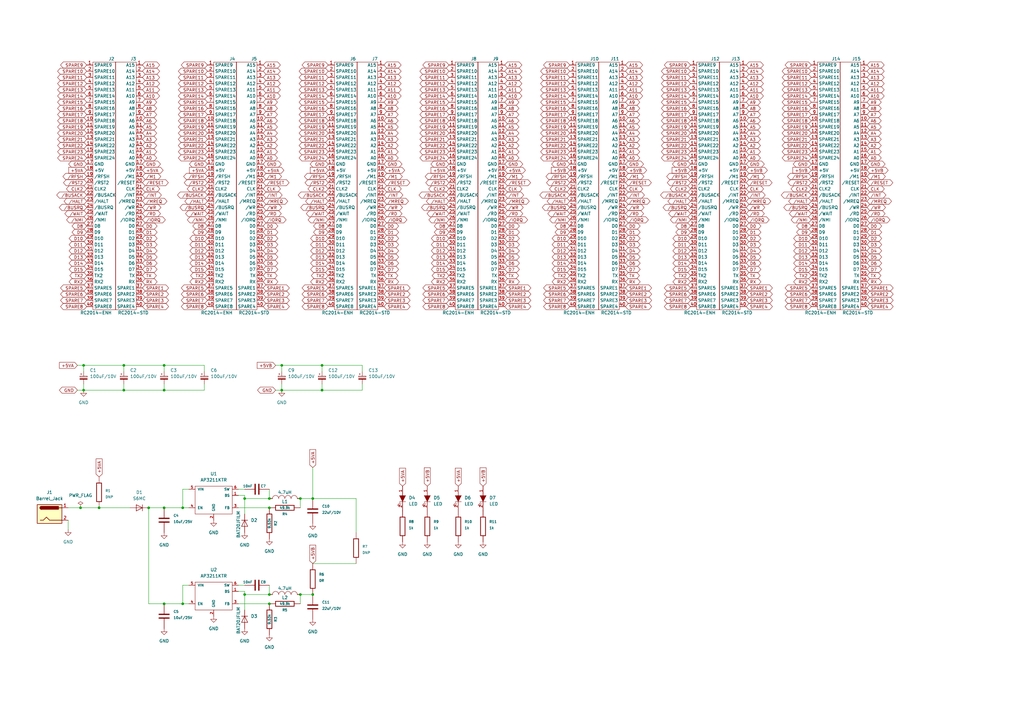
<source format=kicad_sch>
(kicad_sch (version 20211123) (generator eeschema)
  (paper "A3")
  (junction (at 33.02 208.28))
  (junction (at 110.49 243.84))
  (junction (at 100.33 243.84))
  (junction (at 67.31 247.65))
  (junction (at 110.49 247.65))
  (junction (at 115.57 160.02))
  (junction (at 115.57 149.86))
  (junction (at 110.49 204.47))
  (junction (at 74.93 247.65))
  (junction (at 67.31 208.28))
  (junction (at 110.49 208.28))
  (junction (at 128.27 204.47))
  (junction (at 50.8 160.02))
  (junction (at 100.33 204.47))
  (junction (at 67.31 160.02))
  (junction (at 34.29 149.86))
  (junction (at 40.64 208.28))
  (junction (at 60.96 208.28))
  (junction (at 50.8 149.86))
  (junction (at 67.31 149.86))
  (junction (at 34.29 160.02))
  (junction (at 123.19 243.84))
  (junction (at 74.93 208.28))
  (junction (at 123.19 204.47))
  (junction (at 132.08 149.86))
  (junction (at 128.27 243.84))
  (junction (at 132.08 160.02))
  (wire (pts (xy 67.31 149.86) (xy 83.82 149.86)))
  (wire (pts (xy 100.33 243.84) (xy 100.33 250.19)))
  (wire (pts (xy 113.03 149.86) (xy 115.57 149.86)))
  (wire (pts (xy 74.93 240.03) (xy 74.93 247.65)))
  (wire (pts (xy 132.08 160.02) (xy 148.59 160.02)))
  (wire (pts (xy 67.31 149.86) (xy 67.31 152.4)))
  (wire (pts (xy 100.33 203.2) (xy 100.33 204.47)))
  (wire (pts (xy 110.49 200.66) (xy 110.49 204.47)))
  (wire (pts (xy 132.08 149.86) (xy 132.08 152.4)))
  (wire (pts (xy 83.82 160.02) (xy 67.31 160.02)))
  (wire (pts (xy 100.33 204.47) (xy 100.33 210.82)))
  (wire (pts (xy 77.47 200.66) (xy 74.93 200.66)))
  (wire (pts (xy 123.19 243.84) (xy 123.19 247.65)))
  (wire (pts (xy 27.94 213.36) (xy 27.94 217.17)))
  (wire (pts (xy 97.79 200.66) (xy 100.33 200.66)))
  (wire (pts (xy 132.08 149.86) (xy 148.59 149.86)))
  (wire (pts (xy 67.31 160.02) (xy 67.31 157.48)))
  (wire (pts (xy 100.33 204.47) (xy 110.49 204.47)))
  (wire (pts (xy 50.8 160.02) (xy 67.31 160.02)))
  (wire (pts (xy 97.79 240.03) (xy 100.33 240.03)))
  (wire (pts (xy 77.47 240.03) (xy 74.93 240.03)))
  (wire (pts (xy 123.19 204.47) (xy 128.27 204.47)))
  (wire (pts (xy 83.82 157.48) (xy 83.82 160.02)))
  (wire (pts (xy 83.82 149.86) (xy 83.82 152.4)))
  (wire (pts (xy 128.27 204.47) (xy 146.05 204.47)))
  (wire (pts (xy 123.19 204.47) (xy 123.19 208.28)))
  (wire (pts (xy 148.59 160.02) (xy 148.59 157.48)))
  (wire (pts (xy 110.49 240.03) (xy 110.49 243.84)))
  (wire (pts (xy 31.75 160.02) (xy 34.29 160.02)))
  (wire (pts (xy 128.27 231.14) (xy 146.05 231.14)))
  (wire (pts (xy 115.57 157.48) (xy 115.57 160.02)))
  (wire (pts (xy 50.8 149.86) (xy 50.8 152.4)))
  (wire (pts (xy 50.8 157.48) (xy 50.8 160.02)))
  (wire (pts (xy 115.57 149.86) (xy 115.57 152.4)))
  (wire (pts (xy 60.96 208.28) (xy 60.96 247.65)))
  (wire (pts (xy 34.29 157.48) (xy 34.29 160.02)))
  (wire (pts (xy 97.79 203.2) (xy 100.33 203.2)))
  (wire (pts (xy 60.96 208.28) (xy 67.31 208.28)))
  (wire (pts (xy 123.19 243.84) (xy 128.27 243.84)))
  (wire (pts (xy 67.31 208.28) (xy 74.93 208.28)))
  (wire (pts (xy 100.33 243.84) (xy 110.49 243.84)))
  (wire (pts (xy 74.93 247.65) (xy 77.47 247.65)))
  (wire (pts (xy 34.29 160.02) (xy 50.8 160.02)))
  (wire (pts (xy 113.03 160.02) (xy 115.57 160.02)))
  (wire (pts (xy 34.29 149.86) (xy 50.8 149.86)))
  (wire (pts (xy 31.75 149.86) (xy 34.29 149.86)))
  (wire (pts (xy 146.05 204.47) (xy 146.05 218.44)))
  (wire (pts (xy 128.27 191.77) (xy 128.27 204.47)))
  (wire (pts (xy 74.93 208.28) (xy 77.47 208.28)))
  (wire (pts (xy 33.02 208.28) (xy 27.94 208.28)))
  (wire (pts (xy 97.79 208.28) (xy 110.49 208.28)))
  (wire (pts (xy 74.93 200.66) (xy 74.93 208.28)))
  (wire (pts (xy 132.08 157.48) (xy 132.08 160.02)))
  (wire (pts (xy 148.59 149.86) (xy 148.59 152.4)))
  (wire (pts (xy 115.57 160.02) (xy 132.08 160.02)))
  (wire (pts (xy 97.79 242.57) (xy 100.33 242.57)))
  (wire (pts (xy 33.02 208.28) (xy 40.64 208.28)))
  (wire (pts (xy 115.57 149.86) (xy 132.08 149.86)))
  (wire (pts (xy 40.64 208.28) (xy 53.34 208.28)))
  (wire (pts (xy 34.29 149.86) (xy 34.29 152.4)))
  (wire (pts (xy 97.79 247.65) (xy 110.49 247.65)))
  (wire (pts (xy 60.96 247.65) (xy 67.31 247.65)))
  (wire (pts (xy 50.8 149.86) (xy 67.31 149.86)))
  (wire (pts (xy 67.31 247.65) (xy 74.93 247.65)))
  (wire (pts (xy 100.33 242.57) (xy 100.33 243.84)))
  (global_label "A9" (shape bidirectional) (at 58.42 41.91 0) (property "Intersheet References" "${INTERSHEET_REFS}" (effects hide)))
  (global_label "SPARE1" (shape bidirectional) (at 256.54 118.11 0) (property "Intersheet References" "${INTERSHEET_REFS}" (effects hide)))
  (global_label "D15" (shape bidirectional) (at 184.15 110.49 180) (property "Intersheet References" "${INTERSHEET_REFS}" (effects hide)))
  (global_label "RX" (shape bidirectional) (at 157.48 115.57 0) (property "Intersheet References" "${INTERSHEET_REFS}" (effects hide)))
  (global_label "D11" (shape bidirectional) (at 134.62 100.33 180) (property "Intersheet References" "${INTERSHEET_REFS}" (effects hide)))
  (global_label "SPARE2" (shape bidirectional) (at 256.54 120.65 0) (property "Intersheet References" "${INTERSHEET_REFS}" (effects hide)))
  (global_label "D10" (shape bidirectional) (at 332.74 97.79 180) (property "Intersheet References" "${INTERSHEET_REFS}" (effects hide)))
  (global_label "D4" (shape bidirectional) (at 58.42 102.87 0) (property "Intersheet References" "${INTERSHEET_REFS}" (effects hide)))
  (global_label "SPARE8" (shape bidirectional) (at 184.15 125.73 180) (property "Intersheet References" "${INTERSHEET_REFS}" (effects hide)))
  (global_label "A3" (shape bidirectional) (at 107.95 57.15 0) (property "Intersheet References" "${INTERSHEET_REFS}" (effects hide)))
  (global_label "D2" (shape bidirectional) (at 355.6 97.79 0) (property "Intersheet References" "${INTERSHEET_REFS}" (effects hide)))
  (global_label "D0" (shape bidirectional) (at 256.54 92.71 0) (property "Intersheet References" "${INTERSHEET_REFS}" (effects hide)))
  (global_label "A11" (shape bidirectional) (at 306.07 36.83 0) (property "Intersheet References" "${INTERSHEET_REFS}" (effects hide)))
  (global_label "SPARE22" (shape bidirectional) (at 184.15 59.69 180) (property "Intersheet References" "${INTERSHEET_REFS}" (effects hide)))
  (global_label "{slash}RD" (shape bidirectional) (at 207.01 87.63 0) (property "Intersheet References" "${INTERSHEET_REFS}" (effects hide)))
  (global_label "D2" (shape bidirectional) (at 107.95 97.79 0) (property "Intersheet References" "${INTERSHEET_REFS}" (effects hide)))
  (global_label "{slash}WR" (shape bidirectional) (at 355.6 85.09 0) (property "Intersheet References" "${INTERSHEET_REFS}" (effects hide)))
  (global_label "SPARE18" (shape bidirectional) (at 332.74 49.53 180) (property "Intersheet References" "${INTERSHEET_REFS}" (effects hide)))
  (global_label "A8" (shape bidirectional) (at 207.01 44.45 0) (property "Intersheet References" "${INTERSHEET_REFS}" (effects hide)))
  (global_label "SPARE21" (shape bidirectional) (at 35.56 57.15 180) (property "Intersheet References" "${INTERSHEET_REFS}" (effects hide)))
  (global_label "SPARE5" (shape bidirectional) (at 283.21 118.11 180) (property "Intersheet References" "${INTERSHEET_REFS}" (effects hide)))
  (global_label "D0" (shape bidirectional) (at 207.01 92.71 0) (property "Intersheet References" "${INTERSHEET_REFS}" (effects hide)))
  (global_label "+5VA" (shape input) (at 134.62 69.85 180) (property "Intersheet References" "${INTERSHEET_REFS}" (effects hide)))
  (global_label "{slash}M1" (shape bidirectional) (at 207.01 72.39 0) (property "Intersheet References" "${INTERSHEET_REFS}" (effects hide)))
  (global_label "A7" (shape bidirectional) (at 107.95 46.99 0) (property "Intersheet References" "${INTERSHEET_REFS}" (effects hide)))
  (global_label "D5" (shape bidirectional) (at 157.48 105.41 0) (property "Intersheet References" "${INTERSHEET_REFS}" (effects hide)))
  (global_label "{slash}WAIT" (shape bidirectional) (at 134.62 87.63 180) (property "Intersheet References" "${INTERSHEET_REFS}" (effects hide)))
  (global_label "CLK2" (shape bidirectional) (at 134.62 77.47 180) (property "Intersheet References" "${INTERSHEET_REFS}" (effects hide)))
  (global_label "D10" (shape bidirectional) (at 184.15 97.79 180) (property "Intersheet References" "${INTERSHEET_REFS}" (effects hide)))
  (global_label "SPARE15" (shape bidirectional) (at 85.09 41.91 180) (property "Intersheet References" "${INTERSHEET_REFS}" (effects hide)))
  (global_label "D8" (shape bidirectional) (at 233.68 92.71 180) (property "Intersheet References" "${INTERSHEET_REFS}" (effects hide)))
  (global_label "A12" (shape bidirectional) (at 207.01 34.29 0) (property "Intersheet References" "${INTERSHEET_REFS}" (effects hide)))
  (global_label "A9" (shape bidirectional) (at 306.07 41.91 0) (property "Intersheet References" "${INTERSHEET_REFS}" (effects hide)))
  (global_label "SPARE20" (shape bidirectional) (at 283.21 54.61 180) (property "Intersheet References" "${INTERSHEET_REFS}" (effects hide)))
  (global_label "SPARE10" (shape bidirectional) (at 35.56 29.21 180) (property "Intersheet References" "${INTERSHEET_REFS}" (effects hide)))
  (global_label "SPARE19" (shape bidirectional) (at 332.74 52.07 180) (property "Intersheet References" "${INTERSHEET_REFS}" (effects hide)))
  (global_label "{slash}RFSH" (shape bidirectional) (at 283.21 72.39 180) (property "Intersheet References" "${INTERSHEET_REFS}" (effects hide)))
  (global_label "{slash}M1" (shape bidirectional) (at 355.6 72.39 0) (property "Intersheet References" "${INTERSHEET_REFS}" (effects hide)))
  (global_label "D3" (shape bidirectional) (at 58.42 100.33 0) (property "Intersheet References" "${INTERSHEET_REFS}" (effects hide)))
  (global_label "{slash}RD" (shape bidirectional) (at 58.42 87.63 0) (property "Intersheet References" "${INTERSHEET_REFS}" (effects hide)))
  (global_label "SPARE6" (shape bidirectional) (at 332.74 120.65 180) (property "Intersheet References" "${INTERSHEET_REFS}" (effects hide)))
  (global_label "D3" (shape bidirectional) (at 256.54 100.33 0) (property "Intersheet References" "${INTERSHEET_REFS}" (effects hide)))
  (global_label "{slash}NMI" (shape bidirectional) (at 85.09 90.17 180) (property "Intersheet References" "${INTERSHEET_REFS}" (effects hide)))
  (global_label "{slash}MREQ" (shape bidirectional) (at 256.54 82.55 0) (property "Intersheet References" "${INTERSHEET_REFS}" (effects hide)))
  (global_label "SPARE19" (shape bidirectional) (at 283.21 52.07 180) (property "Intersheet References" "${INTERSHEET_REFS}" (effects hide)))
  (global_label "{slash}MREQ" (shape bidirectional) (at 157.48 82.55 0) (property "Intersheet References" "${INTERSHEET_REFS}" (effects hide)))
  (global_label "GND" (shape bidirectional) (at 134.62 67.31 180) (property "Intersheet References" "${INTERSHEET_REFS}" (effects hide)))
  (global_label "SPARE3" (shape bidirectional) (at 355.6 123.19 0) (property "Intersheet References" "${INTERSHEET_REFS}" (effects hide)))
  (global_label "D14" (shape bidirectional) (at 134.62 107.95 180) (property "Intersheet References" "${INTERSHEET_REFS}" (effects hide)))
  (global_label "TX2" (shape bidirectional) (at 332.74 113.03 180) (property "Intersheet References" "${INTERSHEET_REFS}" (effects hide)))
  (global_label "SPARE9" (shape bidirectional) (at 332.74 26.67 180) (property "Intersheet References" "${INTERSHEET_REFS}" (effects hide)))
  (global_label "CLK" (shape bidirectional) (at 58.42 77.47 0) (property "Intersheet References" "${INTERSHEET_REFS}" (effects hide)))
  (global_label "D9" (shape bidirectional) (at 184.15 95.25 180) (property "Intersheet References" "${INTERSHEET_REFS}" (effects hide)))
  (global_label "D15" (shape bidirectional) (at 332.74 110.49 180) (property "Intersheet References" "${INTERSHEET_REFS}" (effects hide)))
  (global_label "A2" (shape bidirectional) (at 58.42 59.69 0) (property "Intersheet References" "${INTERSHEET_REFS}" (effects hide)))
  (global_label "A4" (shape bidirectional) (at 306.07 54.61 0) (property "Intersheet References" "${INTERSHEET_REFS}" (effects hide)))
  (global_label "+5VB" (shape bidirectional) (at 306.07 69.85 0) (property "Intersheet References" "${INTERSHEET_REFS}" (effects hide)))
  (global_label "A0" (shape bidirectional) (at 355.6 64.77 0) (property "Intersheet References" "${INTERSHEET_REFS}" (effects hide)))
  (global_label "SPARE8" (shape bidirectional) (at 85.09 125.73 180) (property "Intersheet References" "${INTERSHEET_REFS}" (effects hide)))
  (global_label "SPARE11" (shape bidirectional) (at 35.56 31.75 180) (property "Intersheet References" "${INTERSHEET_REFS}" (effects hide)))
  (global_label "{slash}WR" (shape bidirectional) (at 306.07 85.09 0) (property "Intersheet References" "${INTERSHEET_REFS}" (effects hide)))
  (global_label "A10" (shape bidirectional) (at 207.01 39.37 0) (property "Intersheet References" "${INTERSHEET_REFS}" (effects hide)))
  (global_label "A14" (shape bidirectional) (at 355.6 29.21 0) (property "Intersheet References" "${INTERSHEET_REFS}" (effects hide)))
  (global_label "A3" (shape bidirectional) (at 58.42 57.15 0) (property "Intersheet References" "${INTERSHEET_REFS}" (effects hide)))
  (global_label "D10" (shape bidirectional) (at 134.62 97.79 180) (property "Intersheet References" "${INTERSHEET_REFS}" (effects hide)))
  (global_label "SPARE10" (shape bidirectional) (at 134.62 29.21 180) (property "Intersheet References" "${INTERSHEET_REFS}" (effects hide)))
  (global_label "A2" (shape bidirectional) (at 306.07 59.69 0) (property "Intersheet References" "${INTERSHEET_REFS}" (effects hide)))
  (global_label "{slash}BUSRQ" (shape bidirectional) (at 184.15 85.09 180) (property "Intersheet References" "${INTERSHEET_REFS}" (effects hide)))
  (global_label "A4" (shape bidirectional) (at 207.01 54.61 0) (property "Intersheet References" "${INTERSHEET_REFS}" (effects hide)))
  (global_label "SPARE4" (shape bidirectional) (at 207.01 125.73 0) (property "Intersheet References" "${INTERSHEET_REFS}" (effects hide)))
  (global_label "SPARE17" (shape bidirectional) (at 184.15 46.99 180) (property "Intersheet References" "${INTERSHEET_REFS}" (effects hide)))
  (global_label "SPARE23" (shape bidirectional) (at 35.56 62.23 180) (property "Intersheet References" "${INTERSHEET_REFS}" (effects hide)))
  (global_label "D1" (shape bidirectional) (at 306.07 95.25 0) (property "Intersheet References" "${INTERSHEET_REFS}" (effects hide)))
  (global_label "TX2" (shape bidirectional) (at 134.62 113.03 180) (property "Intersheet References" "${INTERSHEET_REFS}" (effects hide)))
  (global_label "SPARE18" (shape bidirectional) (at 35.56 49.53 180) (property "Intersheet References" "${INTERSHEET_REFS}" (effects hide)))
  (global_label "SPARE14" (shape bidirectional) (at 233.68 39.37 180) (property "Intersheet References" "${INTERSHEET_REFS}" (effects hide)))
  (global_label "SPARE14" (shape bidirectional) (at 332.74 39.37 180) (property "Intersheet References" "${INTERSHEET_REFS}" (effects hide)))
  (global_label "{slash}HALT" (shape bidirectional) (at 85.09 82.55 180) (property "Intersheet References" "${INTERSHEET_REFS}" (effects hide)))
  (global_label "{slash}BUSACK" (shape bidirectional) (at 332.74 80.01 180) (property "Intersheet References" "${INTERSHEET_REFS}" (effects hide)))
  (global_label "SPARE13" (shape bidirectional) (at 35.56 36.83 180) (property "Intersheet References" "${INTERSHEET_REFS}" (effects hide)))
  (global_label "SPARE23" (shape bidirectional) (at 184.15 62.23 180) (property "Intersheet References" "${INTERSHEET_REFS}" (effects hide)))
  (global_label "D7" (shape bidirectional) (at 58.42 110.49 0) (property "Intersheet References" "${INTERSHEET_REFS}" (effects hide)))
  (global_label "{slash}BUSACK" (shape bidirectional) (at 35.56 80.01 180) (property "Intersheet References" "${INTERSHEET_REFS}" (effects hide)))
  (global_label "A2" (shape bidirectional) (at 256.54 59.69 0) (property "Intersheet References" "${INTERSHEET_REFS}" (effects hide)))
  (global_label "A1" (shape bidirectional) (at 107.95 62.23 0) (property "Intersheet References" "${INTERSHEET_REFS}" (effects hide)))
  (global_label "SPARE6" (shape bidirectional) (at 85.09 120.65 180) (property "Intersheet References" "${INTERSHEET_REFS}" (effects hide)))
  (global_label "RX" (shape bidirectional) (at 207.01 115.57 0) (property "Intersheet References" "${INTERSHEET_REFS}" (effects hide)))
  (global_label "A10" (shape bidirectional) (at 355.6 39.37 0) (property "Intersheet References" "${INTERSHEET_REFS}" (effects hide)))
  (global_label "{slash}IORQ" (shape bidirectional) (at 256.54 90.17 0) (property "Intersheet References" "${INTERSHEET_REFS}" (effects hide)))
  (global_label "A7" (shape bidirectional) (at 58.42 46.99 0) (property "Intersheet References" "${INTERSHEET_REFS}" (effects hide)))
  (global_label "A3" (shape bidirectional) (at 355.6 57.15 0) (property "Intersheet References" "${INTERSHEET_REFS}" (effects hide)))
  (global_label "TX" (shape bidirectional) (at 157.48 113.03 0) (property "Intersheet References" "${INTERSHEET_REFS}" (effects hide)))
  (global_label "SPARE7" (shape bidirectional) (at 35.56 123.19 180) (property "Intersheet References" "${INTERSHEET_REFS}" (effects hide)))
  (global_label "A9" (shape bidirectional) (at 157.48 41.91 0) (property "Intersheet References" "${INTERSHEET_REFS}" (effects hide)))
  (global_label "SPARE15" (shape bidirectional) (at 332.74 41.91 180) (property "Intersheet References" "${INTERSHEET_REFS}" (effects hide)))
  (global_label "{slash}WAIT" (shape bidirectional) (at 283.21 87.63 180) (property "Intersheet References" "${INTERSHEET_REFS}" (effects hide)))
  (global_label "{slash}WAIT" (shape bidirectional) (at 85.09 87.63 180) (property "Intersheet References" "${INTERSHEET_REFS}" (effects hide)))
  (global_label "A1" (shape bidirectional) (at 157.48 62.23 0) (property "Intersheet References" "${INTERSHEET_REFS}" (effects hide)))
  (global_label "A6" (shape bidirectional) (at 355.6 49.53 0) (property "Intersheet References" "${INTERSHEET_REFS}" (effects hide)))
  (global_label "SPARE6" (shape bidirectional) (at 184.15 120.65 180) (property "Intersheet References" "${INTERSHEET_REFS}" (effects hide)))
  (global_label "RX" (shape bidirectional) (at 58.42 115.57 0) (property "Intersheet References" "${INTERSHEET_REFS}" (effects hide)))
  (global_label "{slash}IORQ" (shape bidirectional) (at 58.42 90.17 0) (property "Intersheet References" "${INTERSHEET_REFS}" (effects hide)))
  (global_label "{slash}BUSRQ" (shape bidirectional) (at 332.74 85.09 180) (property "Intersheet References" "${INTERSHEET_REFS}" (effects hide)))
  (global_label "{slash}RD" (shape bidirectional) (at 355.6 87.63 0) (property "Intersheet References" "${INTERSHEET_REFS}" (effects hide)))
  (global_label "+5VB" (shape input) (at 332.74 69.85 180) (property "Intersheet References" "${INTERSHEET_REFS}" (effects hide)))
  (global_label "SPARE12" (shape bidirectional) (at 184.15 34.29 180) (property "Intersheet References" "${INTERSHEET_REFS}" (effects hide)))
  (global_label "A4" (shape bidirectional) (at 256.54 54.61 0) (property "Intersheet References" "${INTERSHEET_REFS}" (effects hide)))
  (global_label "A12" (shape bidirectional) (at 107.95 34.29 0) (property "Intersheet References" "${INTERSHEET_REFS}" (effects hide)))
  (global_label "SPARE16" (shape bidirectional) (at 233.68 44.45 180) (property "Intersheet References" "${INTERSHEET_REFS}" (effects hide)))
  (global_label "A15" (shape bidirectional) (at 256.54 26.67 0) (property "Intersheet References" "${INTERSHEET_REFS}" (effects hide)))
  (global_label "SPARE21" (shape bidirectional) (at 85.09 57.15 180) (property "Intersheet References" "${INTERSHEET_REFS}" (effects hide)))
  (global_label "{slash}WR" (shape bidirectional) (at 157.48 85.09 0) (property "Intersheet References" "${INTERSHEET_REFS}" (effects hide)))
  (global_label "{slash}NMI" (shape bidirectional) (at 134.62 90.17 180) (property "Intersheet References" "${INTERSHEET_REFS}" (effects hide)))
  (global_label "SPARE21" (shape bidirectional) (at 134.62 57.15 180) (property "Intersheet References" "${INTERSHEET_REFS}" (effects hide)))
  (global_label "CLK" (shape bidirectional) (at 107.95 77.47 0) (property "Intersheet References" "${INTERSHEET_REFS}" (effects hide)))
  (global_label "+5VA" (shape input) (at 184.15 69.85 180) (property "Intersheet References" "${INTERSHEET_REFS}" (effects hide)))
  (global_label "CLK" (shape bidirectional) (at 306.07 77.47 0) (property "Intersheet References" "${INTERSHEET_REFS}" (effects hide)))
  (global_label "SPARE9" (shape bidirectional) (at 184.15 26.67 180) (property "Intersheet References" "${INTERSHEET_REFS}" (effects hide)))
  (global_label "D2" (shape bidirectional) (at 256.54 97.79 0) (property "Intersheet References" "${INTERSHEET_REFS}" (effects hide)))
  (global_label "SPARE2" (shape bidirectional) (at 306.07 120.65 0) (property "Intersheet References" "${INTERSHEET_REFS}" (effects hide)))
  (global_label "SPARE9" (shape bidirectional) (at 134.62 26.67 180) (property "Intersheet References" "${INTERSHEET_REFS}" (effects hide)))
  (global_label "SPARE24" (shape bidirectional) (at 85.09 64.77 180) (property "Intersheet References" "${INTERSHEET_REFS}" (effects hide)))
  (global_label "SPARE19" (shape bidirectional) (at 134.62 52.07 180) (property "Intersheet References" "${INTERSHEET_REFS}" (effects hide)))
  (global_label "SPARE21" (shape bidirectional) (at 332.74 57.15 180) (property "Intersheet References" "${INTERSHEET_REFS}" (effects hide)))
  (global_label "SPARE15" (shape bidirectional) (at 283.21 41.91 180) (property "Intersheet References" "${INTERSHEET_REFS}" (effects hide)))
  (global_label "GND" (shape bidirectional) (at 107.95 67.31 0) (property "Intersheet References" "${INTERSHEET_REFS}" (effects hide)))
  (global_label "A9" (shape bidirectional) (at 207.01 41.91 0) (property "Intersheet References" "${INTERSHEET_REFS}" (effects hide)))
  (global_label "SPARE24" (shape bidirectional) (at 134.62 64.77 180) (property "Intersheet References" "${INTERSHEET_REFS}" (effects hide)))
  (global_label "D6" (shape bidirectional) (at 256.54 107.95 0) (property "Intersheet References" "${INTERSHEET_REFS}" (effects hide)))
  (global_label "{slash}WAIT" (shape bidirectional) (at 233.68 87.63 180) (property "Intersheet References" "${INTERSHEET_REFS}" (effects hide)))
  (global_label "+5VA" (shape input) (at 31.75 149.86 180) (property "Intersheet References" "${INTERSHEET_REFS}" (effects hide)))
  (global_label "D7" (shape bidirectional) (at 355.6 110.49 0) (property "Intersheet References" "${INTERSHEET_REFS}" (effects hide)))
  (global_label "{slash}BUSACK" (shape bidirectional) (at 184.15 80.01 180) (property "Intersheet References" "${INTERSHEET_REFS}" (effects hide)))
  (global_label "+5VB" (shape input) (at 198.12 199.39 90) (property "Intersheet References" "${INTERSHEET_REFS}" (effects hide)))
  (global_label "CLK" (shape bidirectional) (at 256.54 77.47 0) (property "Intersheet References" "${INTERSHEET_REFS}" (effects hide)))
  (global_label "A10" (shape bidirectional) (at 256.54 39.37 0) (property "Intersheet References" "${INTERSHEET_REFS}" (effects hide)))
  (global_label "{slash}RESET" (shape bidirectional) (at 355.6 74.93 0) (property "Intersheet References" "${INTERSHEET_REFS}" (effects hide)))
  (global_label "{slash}HALT" (shape bidirectional) (at 134.62 82.55 180) (property "Intersheet References" "${INTERSHEET_REFS}" (effects hide)))
  (global_label "A1" (shape bidirectional) (at 256.54 62.23 0) (property "Intersheet References" "${INTERSHEET_REFS}" (effects hide)))
  (global_label "SPARE18" (shape bidirectional) (at 283.21 49.53 180) (property "Intersheet References" "${INTERSHEET_REFS}" (effects hide)))
  (global_label "SPARE24" (shape bidirectional) (at 184.15 64.77 180) (property "Intersheet References" "${INTERSHEET_REFS}" (effects hide)))
  (global_label "{slash}HALT" (shape bidirectional) (at 332.74 82.55 180) (property "Intersheet References" "${INTERSHEET_REFS}" (effects hide)))
  (global_label "D9" (shape bidirectional) (at 332.74 95.25 180) (property "Intersheet References" "${INTERSHEET_REFS}" (effects hide)))
  (global_label "SPARE23" (shape bidirectional) (at 233.68 62.23 180) (property "Intersheet References" "${INTERSHEET_REFS}" (effects hide)))
  (global_label "{slash}BUSRQ" (shape bidirectional) (at 283.21 85.09 180) (property "Intersheet References" "${INTERSHEET_REFS}" (effects hide)))
  (global_label "D1" (shape bidirectional) (at 355.6 95.25 0) (property "Intersheet References" "${INTERSHEET_REFS}" (effects hide)))
  (global_label "SPARE2" (shape bidirectional) (at 355.6 120.65 0) (property "Intersheet References" "${INTERSHEET_REFS}" (effects hide)))
  (global_label "SPARE1" (shape bidirectional) (at 355.6 118.11 0) (property "Intersheet References" "${INTERSHEET_REFS}" (effects hide)))
  (global_label "{slash}IORQ" (shape bidirectional) (at 355.6 90.17 0) (property "Intersheet References" "${INTERSHEET_REFS}" (effects hide)))
  (global_label "SPARE12" (shape bidirectional) (at 134.62 34.29 180) (property "Intersheet References" "${INTERSHEET_REFS}" (effects hide)))
  (global_label "RX2" (shape bidirectional) (at 35.56 115.57 180) (property "Intersheet References" "${INTERSHEET_REFS}" (effects hide)))
  (global_label "SPARE7" (shape bidirectional) (at 283.21 123.19 180) (property "Intersheet References" "${INTERSHEET_REFS}" (effects hide)))
  (global_label "A15" (shape bidirectional) (at 306.07 26.67 0) (property "Intersheet References" "${INTERSHEET_REFS}" (effects hide)))
  (global_label "SPARE20" (shape bidirectional) (at 184.15 54.61 180) (property "Intersheet References" "${INTERSHEET_REFS}" (effects hide)))
  (global_label "+5VA" (shape bidirectional) (at 207.01 69.85 0) (property "Intersheet References" "${INTERSHEET_REFS}" (effects hide)))
  (global_label "SPARE24" (shape bidirectional) (at 233.68 64.77 180) (property "Intersheet References" "${INTERSHEET_REFS}" (effects hide)))
  (global_label "SPARE11" (shape bidirectional) (at 233.68 31.75 180) (property "Intersheet References" "${INTERSHEET_REFS}" (effects hide)))
  (global_label "{slash}RESET" (shape bidirectional) (at 306.07 74.93 0) (property "Intersheet References" "${INTERSHEET_REFS}" (effects hide)))
  (global_label "A4" (shape bidirectional) (at 107.95 54.61 0) (property "Intersheet References" "${INTERSHEET_REFS}" (effects hide)))
  (global_label "D13" (shape bidirectional) (at 332.74 105.41 180) (property "Intersheet References" "${INTERSHEET_REFS}" (effects hide)))
  (global_label "SPARE13" (shape bidirectional) (at 85.09 36.83 180) (property "Intersheet References" "${INTERSHEET_REFS}" (effects hide)))
  (global_label "A14" (shape bidirectional) (at 157.48 29.21 0) (property "Intersheet References" "${INTERSHEET_REFS}" (effects hide)))
  (global_label "{slash}RESET" (shape bidirectional) (at 256.54 74.93 0) (property "Intersheet References" "${INTERSHEET_REFS}" (effects hide)))
  (global_label "D4" (shape bidirectional) (at 107.95 102.87 0) (property "Intersheet References" "${INTERSHEET_REFS}" (effects hide)))
  (global_label "TX" (shape bidirectional) (at 355.6 113.03 0) (property "Intersheet References" "${INTERSHEET_REFS}" (effects hide)))
  (global_label "{slash}RESET" (shape bidirectional) (at 157.48 74.93 0) (property "Intersheet References" "${INTERSHEET_REFS}" (effects hide)))
  (global_label "{slash}BUSACK" (shape bidirectional) (at 233.68 80.01 180) (property "Intersheet References" "${INTERSHEET_REFS}" (effects hide)))
  (global_label "A14" (shape bidirectional) (at 306.07 29.21 0) (property "Intersheet References" "${INTERSHEET_REFS}" (effects hide)))
  (global_label "SPARE23" (shape bidirectional) (at 283.21 62.23 180) (property "Intersheet References" "${INTERSHEET_REFS}" (effects hide)))
  (global_label "{slash}IORQ" (shape bidirectional) (at 107.95 90.17 0) (property "Intersheet References" "${INTERSHEET_REFS}" (effects hide)))
  (global_label "D15" (shape bidirectional) (at 85.09 110.49 180) (property "Intersheet References" "${INTERSHEET_REFS}" (effects hide)))
  (global_label "{slash}RFSH" (shape bidirectional) (at 184.15 72.39 180) (property "Intersheet References" "${INTERSHEET_REFS}" (effects hide)))
  (global_label "A0" (shape bidirectional) (at 207.01 64.77 0) (property "Intersheet References" "${INTERSHEET_REFS}" (effects hide)))
  (global_label "A13" (shape bidirectional) (at 306.07 31.75 0) (property "Intersheet References" "${INTERSHEET_REFS}" (effects hide)))
  (global_label "SPARE19" (shape bidirectional) (at 184.15 52.07 180) (property "Intersheet References" "${INTERSHEET_REFS}" (effects hide)))
  (global_label "D2" (shape bidirectional) (at 207.01 97.79 0) (property "Intersheet References" "${INTERSHEET_REFS}" (effects hide)))
  (global_label "D8" (shape bidirectional) (at 332.74 92.71 180) (property "Intersheet References" "${INTERSHEET_REFS}" (effects hide)))
  (global_label "D4" (shape bidirectional) (at 157.48 102.87 0) (property "Intersheet References" "${INTERSHEET_REFS}" (effects hide)))
  (global_label "A6" (shape bidirectional) (at 207.01 49.53 0) (property "Intersheet References" "${INTERSHEET_REFS}" (effects hide)))
  (global_label "D13" (shape bidirectional) (at 233.68 105.41 180) (property "Intersheet References" "${INTERSHEET_REFS}" (effects hide)))
  (global_label "{slash}WR" (shape bidirectional) (at 107.95 85.09 0) (property "Intersheet References" "${INTERSHEET_REFS}" (effects hide)))
  (global_label "{slash}M1" (shape bidirectional) (at 306.07 72.39 0) (property "Intersheet References" "${INTERSHEET_REFS}" (effects hide)))
  (global_label "TX2" (shape bidirectional) (at 283.21 113.03 180) (property "Intersheet References" "${INTERSHEET_REFS}" (effects hide)))
  (global_label "A8" (shape bidirectional) (at 157.48 44.45 0) (property "Intersheet References" "${INTERSHEET_REFS}" (effects hide)))
  (global_label "SPARE7" (shape bidirectional) (at 85.09 123.19 180) (property "Intersheet References" "${INTERSHEET_REFS}" (effects hide)))
  (global_label "D0" (shape bidirectional) (at 355.6 92.71 0) (property "Intersheet References" "${INTERSHEET_REFS}" (effects hide)))
  (global_label "A9" (shape bidirectional) (at 107.95 41.91 0) (property "Intersheet References" "${INTERSHEET_REFS}" (effects hide)))
  (global_label "D9" (shape bidirectional) (at 134.62 95.25 180) (property "Intersheet References" "${INTERSHEET_REFS}" (effects hide)))
  (global_label "D6" (shape bidirectional) (at 157.48 107.95 0) (property "Intersheet References" "${INTERSHEET_REFS}" (effects hide)))
  (global_label "D2" (shape bidirectional) (at 58.42 97.79 0) (property "Intersheet References" "${INTERSHEET_REFS}" (effects hide)))
  (global_label "A10" (shape bidirectional) (at 157.48 39.37 0) (property "Intersheet References" "${INTERSHEET_REFS}" (effects hide)))
  (global_label "SPARE14" (shape bidirectional) (at 35.56 39.37 180) (property "Intersheet References" "${INTERSHEET_REFS}" (effects hide)))
  (global_label "SPARE18" (shape bidirectional) (at 134.62 49.53 180) (property "Intersheet References" "${INTERSHEET_REFS}" (effects hide)))
  (global_label "A14" (shape bidirectional) (at 207.01 29.21 0) (property "Intersheet References" "${INTERSHEET_REFS}" (effects hide)))
  (global_label "RX" (shape bidirectional) (at 107.95 115.57 0) (property "Intersheet References" "${INTERSHEET_REFS}" (effects hide)))
  (global_label "A10" (shape bidirectional) (at 306.07 39.37 0) (property "Intersheet References" "${INTERSHEET_REFS}" (effects hide)))
  (global_label "SPARE21" (shape bidirectional) (at 184.15 57.15 180) (property "Intersheet References" "${INTERSHEET_REFS}" (effects hide)))
  (global_label "GND" (shape bidirectional) (at 58.42 67.31 0) (property "Intersheet References" "${INTERSHEET_REFS}" (effects hide)))
  (global_label "CLK2" (shape bidirectional) (at 35.56 77.47 180) (property "Intersheet References" "${INTERSHEET_REFS}" (effects hide)))
  (global_label "{slash}INT" (shape bidirectional) (at 58.42 80.01 0) (property "Intersheet References" "${INTERSHEET_REFS}" (effects hide)))
  (global_label "{slash}NMI" (shape bidirectional) (at 332.74 90.17 180) (property "Intersheet References" "${INTERSHEET_REFS}" (effects hide)))
  (global_label "A11" (shape bidirectional) (at 207.01 36.83 0) (property "Intersheet References" "${INTERSHEET_REFS}" (effects hide)))
  (global_label "GND" (shape bidirectional) (at 233.68 67.31 180) (property "Intersheet References" "${INTERSHEET_REFS}" (effects hide)))
  (global_label "SPARE4" (shape bidirectional) (at 306.07 125.73 0) (property "Intersheet References" "${INTERSHEET_REFS}" (effects hide)))
  (global_label "A6" (shape bidirectional) (at 58.42 49.53 0) (property "Intersheet References" "${INTERSHEET_REFS}" (effects hide)))
  (global_label "GND" (shape bidirectional) (at 35.56 67.31 180) (property "Intersheet References" "${INTERSHEET_REFS}" (effects hide)))
  (global_label "A6" (shape bidirectional) (at 107.95 49.53 0) (property "Intersheet References" "${INTERSHEET_REFS}" (effects hide)))
  (global_label "D11" (shape bidirectional) (at 85.09 100.33 180) (property "Intersheet References" "${INTERSHEET_REFS}" (effects hide)))
  (global_label "{slash}WAIT" (shape bidirectional) (at 332.74 87.63 180) (property "Intersheet References" "${INTERSHEET_REFS}" (effects hide)))
  (global_label "D14" (shape bidirectional) (at 233.68 107.95 180) (property "Intersheet References" "${INTERSHEET_REFS}" (effects hide)))
  (global_label "A15" (shape bidirectional) (at 107.95 26.67 0) (property "Intersheet References" "${INTERSHEET_REFS}" (effects hide)))
  (global_label "D1" (shape bidirectional) (at 157.48 95.25 0) (property "Intersheet References" "${INTERSHEET_REFS}" (effects hide)))
  (global_label "A0" (shape bidirectional) (at 157.48 64.77 0) (property "Intersheet References" "${INTERSHEET_REFS}" (effects hide)))
  (global_label "SPARE9" (shape bidirectional) (at 85.09 26.67 180) (property "Intersheet References" "${INTERSHEET_REFS}" (effects hide)))
  (global_label "SPARE4" (shape bidirectional) (at 58.42 125.73 0) (property "Intersheet References" "${INTERSHEET_REFS}" (effects hide)))
  (global_label "SPARE20" (shape bidirectional) (at 134.62 54.61 180) (property "Intersheet References" "${INTERSHEET_REFS}" (effects hide)))
  (global_label "A12" (shape bidirectional) (at 58.42 34.29 0) (property "Intersheet References" "${INTERSHEET_REFS}" (effects hide)))
  (global_label "TX" (shape bidirectional) (at 107.95 113.03 0) (property "Intersheet References" "${INTERSHEET_REFS}" (effects hide)))
  (global_label "+5VB" (shape bidirectional) (at 256.54 69.85 0) (property "Intersheet References" "${INTERSHEET_REFS}" (effects hide)))
  (global_label "A10" (shape bidirectional) (at 58.42 39.37 0) (property "Intersheet References" "${INTERSHEET_REFS}" (effects hide)))
  (global_label "SPARE1" (shape bidirectional) (at 157.48 118.11 0) (property "Intersheet References" "${INTERSHEET_REFS}" (effects hide)))
  (global_label "+5VA" (shape bidirectional) (at 107.95 69.85 0) (property "Intersheet References" "${INTERSHEET_REFS}" (effects hide)))
  (global_label "D12" (shape bidirectional) (at 35.56 102.87 180) (property "Intersheet References" "${INTERSHEET_REFS}" (effects hide)))
  (global_label "A8" (shape bidirectional) (at 306.07 44.45 0) (property "Intersheet References" "${INTERSHEET_REFS}" (effects hide)))
  (global_label "SPARE14" (shape bidirectional) (at 85.09 39.37 180) (property "Intersheet References" "${INTERSHEET_REFS}" (effects hide)))
  (global_label "SPARE13" (shape bidirectional) (at 283.21 36.83 180) (property "Intersheet References" "${INTERSHEET_REFS}" (effects hide)))
  (global_label "SPARE3" (shape bidirectional) (at 58.42 123.19 0) (property "Intersheet References" "${INTERSHEET_REFS}" (effects hide)))
  (global_label "D2" (shape bidirectional) (at 157.48 97.79 0) (property "Intersheet References" "${INTERSHEET_REFS}" (effects hide)))
  (global_label "GND" (shape bidirectional) (at 256.54 67.31 0) (property "Intersheet References" "${INTERSHEET_REFS}" (effects hide)))
  (global_label "SPARE13" (shape bidirectional) (at 184.15 36.83 180) (property "Intersheet References" "${INTERSHEET_REFS}" (effects hide)))
  (global_label "{slash}RFSH" (shape bidirectional) (at 134.62 72.39 180) (property "Intersheet References" "${INTERSHEET_REFS}" (effects hide)))
  (global_label "A8" (shape bidirectional) (at 107.95 44.45 0) (property "Intersheet References" "${INTERSHEET_REFS}" (effects hide)))
  (global_label "A2" (shape bidirectional) (at 107.95 59.69 0) (property "Intersheet References" "${INTERSHEET_REFS}" (effects hide)))
  (global_label "A6" (shape bidirectional) (at 306.07 49.53 0) (property "Intersheet References" "${INTERSHEET_REFS}" (effects hide)))
  (global_label "D8" (shape bidirectional) (at 35.56 92.71 180) (property "Intersheet References" "${INTERSHEET_REFS}" (effects hide)))
  (global_label "SPARE5" (shape bidirectional) (at 233.68 118.11 180) (property "Intersheet References" "${INTERSHEET_REFS}" (effects hide)))
  (global_label "{slash}HALT" (shape bidirectional) (at 283.21 82.55 180) (property "Intersheet References" "${INTERSHEET_REFS}" (effects hide)))
  (global_label "GND" (shape bidirectional) (at 85.09 67.31 180) (property "Intersheet References" "${INTERSHEET_REFS}" (effects hide)))
  (global_label "{slash}INT" (shape bidirectional) (at 256.54 80.01 0) (property "Intersheet References" "${INTERSHEET_REFS}" (effects hide)))
  (global_label "D0" (shape bidirectional) (at 107.95 92.71 0) (property "Intersheet References" "${INTERSHEET_REFS}" (effects hide)))
  (global_label "D9" (shape bidirectional) (at 85.09 95.25 180) (property "Intersheet References" "${INTERSHEET_REFS}" (effects hide)))
  (global_label "D6" (shape bidirectional) (at 207.01 107.95 0) (property "Intersheet References" "${INTERSHEET_REFS}" (effects hide)))
  (global_label "D7" (shape bidirectional) (at 207.01 110.49 0) (property "Intersheet References" "${INTERSHEET_REFS}" (effects hide)))
  (global_label "A1" (shape bidirectional) (at 355.6 62.23 0) (property "Intersheet References" "${INTERSHEET_REFS}" (effects hide)))
  (global_label "A0" (shape bidirectional) (at 107.95 64.77 0) (property "Intersheet References" "${INTERSHEET_REFS}" (effects hide)))
  (global_label "D9" (shape bidirectional) (at 35.56 95.25 180) (property "Intersheet References" "${INTERSHEET_REFS}" (effects hide)))
  (global_label "A7" (shape bidirectional) (at 207.01 46.99 0) (property "Intersheet References" "${INTERSHEET_REFS}" (effects hide)))
  (global_label "SPARE9" (shape bidirectional) (at 233.68 26.67 180) (property "Intersheet References" "${INTERSHEET_REFS}" (effects hide)))
  (global_label "SPARE7" (shape bidirectional) (at 184.15 123.19 180) (property "Intersheet References" "${INTERSHEET_REFS}" (effects hide)))
  (global_label "A5" (shape bidirectional) (at 256.54 52.07 0) (property "Intersheet References" "${INTERSHEET_REFS}" (effects hide)))
  (global_label "SPARE2" (shape bidirectional) (at 107.95 120.65 0) (property "Intersheet References" "${INTERSHEET_REFS}" (effects hide)))
  (global_label "D5" (shape bidirectional) (at 256.54 105.41 0) (property "Intersheet References" "${INTERSHEET_REFS}" (effects hide)))
  (global_label "+5VB" (shape input) (at 233.68 69.85 180) (property "Intersheet References" "${INTERSHEET_REFS}" (effects hide)))
  (global_label "D5" (shape bidirectional) (at 306.07 105.41 0) (property "Intersheet References" "${INTERSHEET_REFS}" (effects hide)))
  (global_label "{slash}RD" (shape bidirectional) (at 306.07 87.63 0) (property "Intersheet References" "${INTERSHEET_REFS}" (effects hide)))
  (global_label "SPARE17" (shape bidirectional) (at 332.74 46.99 180) (property "Intersheet References" "${INTERSHEET_REFS}" (effects hide)))
  (global_label "A14" (shape bidirectional) (at 58.42 29.21 0) (property "Intersheet References" "${INTERSHEET_REFS}" (effects hide)))
  (global_label "D1" (shape bidirectional) (at 107.95 95.25 0) (property "Intersheet References" "${INTERSHEET_REFS}" (effects hide)))
  (global_label "D15" (shape bidirectional) (at 233.68 110.49 180) (property "Intersheet References" "${INTERSHEET_REFS}" (effects hide)))
  (global_label "{slash}MREQ" (shape bidirectional) (at 355.6 82.55 0) (property "Intersheet References" "${INTERSHEET_REFS}" (effects hide)))
  (global_label "{slash}RESET" (shape bidirectional) (at 207.01 74.93 0) (property "Intersheet References" "${INTERSHEET_REFS}" (effects hide)))
  (global_label "D5" (shape bidirectional) (at 107.95 105.41 0) (property "Intersheet References" "${INTERSHEET_REFS}" (effects hide)))
  (global_label "D7" (shape bidirectional) (at 107.95 110.49 0) (property "Intersheet References" "${INTERSHEET_REFS}" (effects hide)))
  (global_label "A8" (shape bidirectional) (at 355.6 44.45 0) (property "Intersheet References" "${INTERSHEET_REFS}" (effects hide)))
  (global_label "D12" (shape bidirectional) (at 283.21 102.87 180) (property "Intersheet References" "${INTERSHEET_REFS}" (effects hide)))
  (global_label "SPARE24" (shape bidirectional) (at 332.74 64.77 180) (property "Intersheet References" "${INTERSHEET_REFS}" (effects hide)))
  (global_label "{slash}RESET" (shape bidirectional) (at 58.42 74.93 0) (property "Intersheet References" "${INTERSHEET_REFS}" (effects hide)))
  (global_label "SPARE3" (shape bidirectional) (at 306.07 123.19 0) (property "Intersheet References" "${INTERSHEET_REFS}" (effects hide)))
  (global_label "{slash}RST2" (shape bidirectional) (at 332.74 74.93 180) (property "Intersheet References" "${INTERSHEET_REFS}" (effects hide)))
  (global_label "SPARE4" (shape bidirectional) (at 157.48 125.73 0) (property "Intersheet References" "${INTERSHEET_REFS}" (effects hide)))
  (global_label "{slash}BUSACK" (shape bidirectional) (at 85.09 80.01 180) (property "Intersheet References" "${INTERSHEET_REFS}" (effects hide)))
  (global_label "RX2" (shape bidirectional) (at 332.74 115.57 180) (property "Intersheet References" "${INTERSHEET_REFS}" (effects hide)))
  (global_label "SPARE19" (shape bidirectional) (at 233.68 52.07 180) (property "Intersheet References" "${INTERSHEET_REFS}" (effects hide)))
  (global_label "GND" (shape bidirectional) (at 207.01 67.31 0) (property "Intersheet References" "${INTERSHEET_REFS}" (effects hide)))
  (global_label "SPARE11" (shape bidirectional) (at 85.09 31.75 180) (property "Intersheet References" "${INTERSHEET_REFS}" (effects hide)))
  (global_label "SPARE10" (shape bidirectional) (at 332.74 29.21 180) (property "Intersheet References" "${INTERSHEET_REFS}" (effects hide)))
  (global_label "A3" (shape bidirectional) (at 256.54 57.15 0) (property "Intersheet References" "${INTERSHEET_REFS}" (effects hide)))
  (global_label "A5" (shape bidirectional) (at 306.07 52.07 0) (property "Intersheet References" "${INTERSHEET_REFS}" (effects hide)))
  (global_label "SPARE14" (shape bidirectional) (at 184.15 39.37 180) (property "Intersheet References" "${INTERSHEET_REFS}" (effects hide)))
  (global_label "D1" (shape bidirectional) (at 207.01 95.25 0) (property "Intersheet References" "${INTERSHEET_REFS}" (effects hide)))
  (global_label "{slash}BUSRQ" (shape bidirectional) (at 233.68 85.09 180) (property "Intersheet References" "${INTERSHEET_REFS}" (effects hide)))
  (global_label "D14" (shape bidirectional) (at 35.56 107.95 180) (property "Intersheet References" "${INTERSHEET_REFS}" (effects hide)))
  (global_label "CLK2" (shape bidirectional) (at 233.68 77.47 180) (property "Intersheet References" "${INTERSHEET_REFS}" (effects hide)))
  (global_label "SPARE4" (shape bidirectional) (at 355.6 125.73 0) (property "Intersheet References" "${INTERSHEET_REFS}" (effects hide)))
  (global_label "SPARE1" (shape bidirectional) (at 58.42 118.11 0) (property "Intersheet References" "${INTERSHEET_REFS}" (effects hide)))
  (global_label "SPARE8" (shape bidirectional) (at 35.56 125.73 180) (property "Intersheet References" "${INTERSHEET_REFS}" (effects hide)))
  (global_label "D13" (shape bidirectional) (at 283.21 105.41 180) (property "Intersheet References" "${INTERSHEET_REFS}" (effects hide)))
  (global_label "D11" (shape bidirectional) (at 332.74 100.33 180) (property "Intersheet References" "${INTERSHEET_REFS}" (effects hide)))
  (global_label "CLK2" (shape bidirectional) (at 184.15 77.47 180) (property "Intersheet References" "${INTERSHEET_REFS}" (effects hide)))
  (global_label "{slash}M1" (shape bidirectional) (at 256.54 72.39 0) (property "Intersheet References" "${INTERSHEET_REFS}" (effects hide)))
  (global_label "SPARE5" (shape bidirectional) (at 184.15 118.11 180) (property "Intersheet References" "${INTERSHEET_REFS}" (effects hide)))
  (global_label "SPARE9" (shape bidirectional) (at 283.21 26.67 180) (property "Intersheet References" "${INTERSHEET_REFS}" (effects hide)))
  (global_label "A3" (shape bidirectional) (at 157.48 57.15 0) (property "Intersheet References" "${INTERSHEET_REFS}" (effects hide)))
  (global_label "SPARE22" (shape bidirectional) (at 85.09 59.69 180) (property "Intersheet References" "${INTERSHEET_REFS}" (effects hide)))
  (global_label "SPARE5" (shape bidirectional) (at 85.09 118.11 180) (property "Intersheet References" "${INTERSHEET_REFS}" (effects hide)))
  (global_label "+5VB" (shape input) (at 128.27 231.14 90) (property "Intersheet References" "${INTERSHEET_REFS}" (effects hide)))
  (global_label "RX" (shape bidirectional) (at 256.54 115.57 0) (property "Intersheet References" "${INTERSHEET_REFS}" (effects hide)))
  (global_label "D4" (shape bidirectional) (at 256.54 102.87 0) (property "Intersheet References" "${INTERSHEET_REFS}" (effects hide)))
  (global_label "RX2" (shape bidirectional) (at 233.68 115.57 180) (property "Intersheet References" "${INTERSHEET_REFS}" (effects hide)))
  (global_label "A11" (shape bidirectional) (at 58.42 36.83 0) (property "Intersheet References" "${INTERSHEET_REFS}" (effects hide)))
  (global_label "SPARE21" (shape bidirectional) (at 233.68 57.15 180) (property "Intersheet References" "${INTERSHEET_REFS}" (effects hide)))
  (global_label "SPARE16" (shape bidirectional) (at 35.56 44.45 180) (property "Intersheet References" "${INTERSHEET_REFS}" (effects hide)))
  (global_label "D3" (shape bidirectional) (at 207.01 100.33 0) (property "Intersheet References" "${INTERSHEET_REFS}" (effects hide)))
  (global_label "D3" (shape bidirectional) (at 306.07 100.33 0) (property "Intersheet References" "${INTERSHEET_REFS}" (effects hide)))
  (global_label "SPARE10" (shape bidirectional) (at 283.21 29.21 180) (property "Intersheet References" "${INTERSHEET_REFS}" (effects hide)))
  (global_label "A6" (shape bidirectional) (at 157.48 49.53 0) (property "Intersheet References" "${INTERSHEET_REFS}" (effects hide)))
  (global_label "D10" (shape bidirectional) (at 233.68 97.79 180) (property "Intersheet References" "${INTERSHEET_REFS}" (effects hide)))
  (global_label "D12" (shape bidirectional) (at 233.68 102.87 180) (property "Intersheet References" "${INTERSHEET_REFS}" (effects hide)))
  (global_label "{slash}MREQ" (shape bidirectional) (at 107.95 82.55 0) (property "Intersheet References" "${INTERSHEET_REFS}" (effects hide)))
  (global_label "D4" (shape bidirectional) (at 355.6 102.87 0) (property "Intersheet References" "${INTERSHEET_REFS}" (effects hide)))
  (global_label "D1" (shape bidirectional) (at 58.42 95.25 0) (property "Intersheet References" "${INTERSHEET_REFS}" (effects hide)))
  (global_label "SPARE17" (shape bidirectional) (at 134.62 46.99 180) (property "Intersheet References" "${INTERSHEET_REFS}" (effects hide)))
  (global_label "SPARE1" (shape bidirectional) (at 207.01 118.11 0) (property "Intersheet References" "${INTERSHEET_REFS}" (effects hide)))
  (global_label "SPARE15" (shape bidirectional) (at 184.15 41.91 180) (property "Intersheet References" "${INTERSHEET_REFS}" (effects hide)))
  (global_label "TX2" (shape bidirectional) (at 85.09 113.03 180) (property "Intersheet References" "${INTERSHEET_REFS}" (effects hide)))
  (global_label "A0" (shape bidirectional) (at 306.07 64.77 0) (property "Intersheet References" "${INTERSHEET_REFS}" (effects hide)))
  (global_label "A11" (shape bidirectional) (at 355.6 36.83 0) (property "Intersheet References" "${INTERSHEET_REFS}" (effects hide)))
  (global_label "SPARE5" (shape bidirectional) (at 35.56 118.11 180) (property "Intersheet References" "${INTERSHEET_REFS}" (effects hide)))
  (global_label "D9" (shape bidirectional) (at 283.21 95.25 180) (property "Intersheet References" "${INTERSHEET_REFS}" (effects hide)))
  (global_label "SPARE11" (shape bidirectional) (at 184.15 31.75 180) (property "Intersheet References" "${INTERSHEET_REFS}" (effects hide)))
  (global_label "D3" (shape bidirectional) (at 355.6 100.33 0) (property "Intersheet References" "${INTERSHEET_REFS}" (effects hide)))
  (global_label "{slash}RST2" (shape bidirectional) (at 85.09 74.93 180) (property "Intersheet References" "${INTERSHEET_REFS}" (effects hide)))
  (global_label "SPARE3" (shape bidirectional) (at 207.01 123.19 0) (property "Intersheet References" "${INTERSHEET_REFS}" (effects hide)))
  (global_label "+5VB" (shape input) (at 175.26 199.39 90) (property "Intersheet References" "${INTERSHEET_REFS}" (effects hide)))
  (global_label "RX2" (shape bidirectional) (at 184.15 115.57 180) (property "Intersheet References" "${INTERSHEET_REFS}" (effects hide)))
  (global_label "SPARE17" (shape bidirectional) (at 35.56 46.99 180) (property "Intersheet References" "${INTERSHEET_REFS}" (effects hide)))
  (global_label "A0" (shape bidirectional) (at 58.42 64.77 0) (property "Intersheet References" "${INTERSHEET_REFS}" (effects hide)))
  (global_label "{slash}BUSACK" (shape bidirectional) (at 134.62 80.01 180) (property "Intersheet References" "${INTERSHEET_REFS}" (effects hide)))
  (global_label "A12" (shape bidirectional) (at 355.6 34.29 0) (property "Intersheet References" "${INTERSHEET_REFS}" (effects hide)))
  (global_label "D4" (shape bidirectional) (at 207.01 102.87 0) (property "Intersheet References" "${INTERSHEET_REFS}" (effects hide)))
  (global_label "CLK2" (shape bidirectional) (at 283.21 77.47 180) (property "Intersheet References" "${INTERSHEET_REFS}" (effects hide)))
  (global_label "SPARE15" (shape bidirectional) (at 233.68 41.91 180) (property "Intersheet References" "${INTERSHEET_REFS}" (effects hide)))
  (global_label "SPARE18" (shape bidirectional) (at 85.09 49.53 180) (property "Intersheet References" "${INTERSHEET_REFS}" (effects hide)))
  (global_label "SPARE19" (shape bidirectional) (at 85.09 52.07 180) (property "Intersheet References" "${INTERSHEET_REFS}" (effects hide)))
  (global_label "SPARE18" (shape bidirectional) (at 184.15 49.53 180) (property "Intersheet References" "${INTERSHEET_REFS}" (effects hide)))
  (global_label "D13" (shape bidirectional) (at 35.56 105.41 180) (property "Intersheet References" "${INTERSHEET_REFS}" (effects hide)))
  (global_label "A0" (shape bidirectional) (at 256.54 64.77 0) (property "Intersheet References" "${INTERSHEET_REFS}" (effects hide)))
  (global_label "A1" (shape bidirectional) (at 306.07 62.23 0) (property "Intersheet References" "${INTERSHEET_REFS}" (effects hide)))
  (global_label "GND" (shape bidirectional) (at 306.07 67.31 0) (property "Intersheet References" "${INTERSHEET_REFS}" (effects hide)))
  (global_label "{slash}BUSRQ" (shape bidirectional) (at 35.56 85.09 180) (property "Intersheet References" "${INTERSHEET_REFS}" (effects hide)))
  (global_label "A9" (shape bidirectional) (at 256.54 41.91 0) (property "Intersheet References" "${INTERSHEET_REFS}" (effects hide)))
  (global_label "A12" (shape bidirectional) (at 157.48 34.29 0) (property "Intersheet References" "${INTERSHEET_REFS}" (effects hide)))
  (global_label "A11" (shape bidirectional) (at 256.54 36.83 0) (property "Intersheet References" "${INTERSHEET_REFS}" (effects hide)))
  (global_label "{slash}RST2" (shape bidirectional) (at 184.15 74.93 180) (property "Intersheet References" "${INTERSHEET_REFS}" (effects hide)))
  (global_label "+5VB" (shape input) (at 283.21 69.85 180) (property "Intersheet References" "${INTERSHEET_REFS}" (effects hide)))
  (global_label "D11" (shape bidirectional) (at 233.68 100.33 180) (property "Intersheet References" "${INTERSHEET_REFS}" (effects hide)))
  (global_label "{slash}IORQ" (shape bidirectional) (at 306.07 90.17 0) (property "Intersheet References" "${INTERSHEET_REFS}" (effects hide)))
  (global_label "A15" (shape bidirectional) (at 355.6 26.67 0) (property "Intersheet References" "${INTERSHEET_REFS}" (effects hide)))
  (global_label "A15" (shape bidirectional) (at 58.42 26.67 0) (property "Intersheet References" "${INTERSHEET_REFS}" (effects hide)))
  (global_label "CLK2" (shape bidirectional) (at 332.74 77.47 180) (property "Intersheet References" "${INTERSHEET_REFS}" (effects hide)))
  (global_label "{slash}WAIT" (shape bidirectional) (at 35.56 87.63 180) (property "Intersheet References" "${INTERSHEET_REFS}" (effects hide)))
  (global_label "SPARE4" (shape bidirectional) (at 107.95 125.73 0) (property "Intersheet References" "${INTERSHEET_REFS}" (effects hide)))
  (global_label "SPARE6" (shape bidirectional) (at 134.62 120.65 180) (property "Intersheet References" "${INTERSHEET_REFS}" (effects hide)))
  (global_label "+5VA" (shape bidirectional) (at 58.42 69.85 0) (property "Intersheet References" "${INTERSHEET_REFS}" (effects hide)))
  (global_label "D6" (shape bidirectional) (at 306.07 107.95 0) (property "Intersheet References" "${INTERSHEET_REFS}" (effects hide)))
  (global_label "A9" (shape bidirectional) (at 355.6 41.91 0) (property "Intersheet References" "${INTERSHEET_REFS}" (effects hide)))
  (global_label "D6" (shape bidirectional) (at 58.42 107.95 0) (property "Intersheet References" "${INTERSHEET_REFS}" (effects hide)))
  (global_label "A8" (shape bidirectional) (at 58.42 44.45 0) (property "Intersheet References" "${INTERSHEET_REFS}" (effects hide)))
  (global_label "SPARE7" (shape bidirectional) (at 233.68 123.19 180) (property "Intersheet References" "${INTERSHEET_REFS}" (effects hide)))
  (global_label "RX2" (shape bidirectional) (at 85.09 115.57 180) (property "Intersheet References" "${INTERSHEET_REFS}" (effects hide)))
  (global_label "D3" (shape bidirectional) (at 157.48 100.33 0) (property "Intersheet References" "${INTERSHEET_REFS}" (effects hide)))
  (global_label "A7" (shape bidirectional) (at 306.07 46.99 0) (property "Intersheet References" "${INTERSHEET_REFS}" (effects hide)))
  (global_label "D0" (shape bidirectional) (at 306.07 92.71 0) (property "Intersheet References" "${INTERSHEET_REFS}" (effects hide)))
  (global_label "+5VB" (shape input) (at 113.03 149.86 180) (property "Intersheet References" "${INTERSHEET_REFS}" (effects hide)))
  (global_label "{slash}HALT" (shape bidirectional) (at 35.56 82.55 180) (property "Intersheet References" "${INTERSHEET_REFS}" (effects hide)))
  (global_label "D2" (shape bidirectional) (at 306.07 97.79 0) (property "Intersheet References" "${INTERSHEET_REFS}" (effects hide)))
  (global_label "D11" (shape bidirectional) (at 184.15 100.33 180) (property "Intersheet References" "${INTERSHEET_REFS}" (effects hide)))
  (global_label "A6" (shape bidirectional) (at 256.54 49.53 0) (property "Intersheet References" "${INTERSHEET_REFS}" (effects hide)))
  (global_label "D9" (shape bidirectional) (at 233.68 95.25 180) (property "Intersheet References" "${INTERSHEET_REFS}" (effects hide)))
  (global_label "{slash}NMI" (shape bidirectional) (at 283.21 90.17 180) (property "Intersheet References" "${INTERSHEET_REFS}" (effects hide)))
  (global_label "{slash}BUSRQ" (shape bidirectional) (at 134.62 85.09 180) (property "Intersheet References" "${INTERSHEET_REFS}" (effects hide)))
  (global_label "D14" (shape bidirectional) (at 283.21 107.95 180) (property "Intersheet References" "${INTERSHEET_REFS}" (effects hide)))
  (global_label "TX" (shape bidirectional) (at 306.07 113.03 0) (property "Intersheet References" "${INTERSHEET_REFS}" (effects hide)))
  (global_label "D5" (shape bidirectional) (at 207.01 105.41 0) (property "Intersheet References" "${INTERSHEET_REFS}" (effects hide)))
  (global_label "{slash}RST2" (shape bidirectional) (at 35.56 74.93 180) (property "Intersheet References" "${INTERSHEET_REFS}" (effects hide)))
  (global_label "{slash}RFSH" (shape bidirectional) (at 85.09 72.39 180) (property "Intersheet References" "${INTERSHEET_REFS}" (effects hide)))
  (global_label "{slash}RFSH" (shape bidirectional) (at 35.56 72.39 180) (property "Intersheet References" "${INTERSHEET_REFS}" (effects hide)))
  (global_label "D7" (shape bidirectional) (at 157.48 110.49 0) (property "Intersheet References" "${INTERSHEET_REFS}" (effects hide)))
  (global_label "+5VA" (shape input) (at 85.09 69.85 180) (property "Intersheet References" "${INTERSHEET_REFS}" (effects hide)))
  (global_label "SPARE19" (shape bidirectional) (at 35.56 52.07 180) (property "Intersheet References" "${INTERSHEET_REFS}" (effects hide)))
  (global_label "SPARE10" (shape bidirectional) (at 85.09 29.21 180) (property "Intersheet References" "${INTERSHEET_REFS}" (effects hide)))
  (global_label "SPARE13" (shape bidirectional) (at 233.68 36.83 180) (property "Intersheet References" "${INTERSHEET_REFS}" (effects hide)))
  (global_label "{slash}NMI" (shape bidirectional) (at 35.56 90.17 180) (property "Intersheet References" "${INTERSHEET_REFS}" (effects hide)))
  (global_label "+5VA" (shape input) (at 165.1 199.39 90) (property "Intersheet References" "${INTERSHEET_REFS}" (effects hide)))
  (global_label "SPARE15" (shape bidirectional) (at 35.56 41.91 180) (property "Intersheet References" "${INTERSHEET_REFS}" (effects hide)))
  (global_label "SPARE2" (shape bidirectional) (at 58.42 120.65 0) (property "Intersheet References" "${INTERSHEET_REFS}" (effects hide)))
  (global_label "GND" (shape bidirectional) (at 332.74 67.31 180) (property "Intersheet References" "${INTERSHEET_REFS}" (effects hide)))
  (global_label "SPARE12" (shape bidirectional) (at 332.74 34.29 180) (property "Intersheet References" "${INTERSHEET_REFS}" (effects hide)))
  (global_label "SPARE24" (shape bidirectional) (at 283.21 64.77 180) (property "Intersheet References" "${INTERSHEET_REFS}" (effects hide)))
  (global_label "CLK" (shape bidirectional) (at 207.01 77.47 0) (property "Intersheet References" "${INTERSHEET_REFS}" (effects hide)))
  (global_label "A3" (shape bidirectional) (at 207.01 57.15 0) (property "Intersheet References" "${INTERSHEET_REFS}" (effects hide)))
  (global_label "TX" (shape bidirectional) (at 256.54 113.03 0) (property "Intersheet References" "${INTERSHEET_REFS}" (effects hide)))
  (global_label "SPARE7" (shape bidirectional) (at 332.74 123.19 180) (property "Intersheet References" "${INTERSHEET_REFS}" (effects hide)))
  (global_label "D14" (shape bidirectional) (at 332.74 107.95 180) (property "Intersheet References" "${INTERSHEET_REFS}" (effects hide)))
  (global_label "A14" (shape bidirectional) (at 107.95 29.21 0) (property "Intersheet References" "${INTERSHEET_REFS}" (effects hide)))
  (global_label "D11" (shape bidirectional) (at 283.21 100.33 180) (property "Intersheet References" "${INTERSHEET_REFS}" (effects hide)))
  (global_label "SPARE8" (shape bidirectional) (at 134.62 125.73 180) (property "Intersheet References" "${INTERSHEET_REFS}" (effects hide)))
  (global_label "A2" (shape bidirectional) (at 157.48 59.69 0) (property "Intersheet References" "${INTERSHEET_REFS}" (effects hide)))
  (global_label "SPARE20" (shape bidirectional) (at 35.56 54.61 180) (property "Intersheet References" "${INTERSHEET_REFS}" (effects hide)))
  (global_label "SPARE16" (shape bidirectional) (at 184.15 44.45 180) (property "Intersheet References" "${INTERSHEET_REFS}" (effects hide)))
  (global_label "RX2" (shape bidirectional) (at 283.21 115.57 180) (property "Intersheet References" "${INTERSHEET_REFS}" (effects hide)))
  (global_label "D12" (shape bidirectional) (at 85.09 102.87 180) (property "Intersheet References" "${INTERSHEET_REFS}" (effects hide)))
  (global_label "GND" (shape bidirectional) (at 283.21 67.31 180) (property "Intersheet References" "${INTERSHEET_REFS}" (effects hide)))
  (global_label "A13" (shape bidirectional) (at 355.6 31.75 0) (property "Intersheet References" "${INTERSHEET_REFS}" (effects hide)))
  (global_label "D0" (shape bidirectional) (at 58.42 92.71 0) (property "Intersheet References" "${INTERSHEET_REFS}" (effects hide)))
  (global_label "{slash}BUSACK" (shape bidirectional) (at 283.21 80.01 180) (property "Intersheet References" "${INTERSHEET_REFS}" (effects hide)))
  (global_label "{slash}RESET" (shape bidirectional) (at 107.95 74.93 0) (property "Intersheet References" "${INTERSHEET_REFS}" (effects hide)))
  (global_label "D10" (shape bidirectional) (at 35.56 97.79 180) (property "Intersheet References" "${INTERSHEET_REFS}" (effects hide)))
  (global_label "CLK" (shape bidirectional) (at 355.6 77.47 0) (property "Intersheet References" "${INTERSHEET_REFS}" (effects hide)))
  (global_label "{slash}RST2" (shape bidirectional) (at 283.21 74.93 180) (property "Intersheet References" "${INTERSHEET_REFS}" (effects hide)))
  (global_label "A1" (shape bidirectional) (at 58.42 62.23 0) (property "Intersheet References" "${INTERSHEET_REFS}" (effects hide)))
  (global_label "SPARE12" (shape bidirectional) (at 233.68 34.29 180) (property "Intersheet References" "${INTERSHEET_REFS}" (effects hide)))
  (global_label "SPARE2" (shape bidirectional) (at 157.48 120.65 0) (property "Intersheet References" "${INTERSHEET_REFS}" (effects hide)))
  (global_label "GND" (shape bidirectional) (at 157.48 67.31 0) (property "Intersheet References" "${INTERSHEET_REFS}" (effects hide)))
  (global_label "{slash}RFSH" (shape bidirectional) (at 233.68 72.39 180) (property "Intersheet References" "${INTERSHEET_REFS}" (effects hide)))
  (global_label "A5" (shape bidirectional) (at 58.42 52.07 0) (property "Intersheet References" "${INTERSHEET_REFS}" (effects hide)))
  (global_label "A14" (shape bidirectional) (at 256.54 29.21 0) (property "Intersheet References" "${INTERSHEET_REFS}" (effects hide)))
  (global_label "{slash}RST2" (shape bidirectional) (at 233.68 74.93 180) (property "Intersheet References" "${INTERSHEET_REFS}" (effects hide)))
  (global_label "{slash}INT" (shape bidirectional) (at 355.6 80.01 0) (property "Intersheet References" "${INTERSHEET_REFS}" (effects hide)))
  (global_label "RX2" (shape bidirectional) (at 134.62 115.57 180) (property "Intersheet References" "${INTERSHEET_REFS}" (effects hide)))
  (global_label "SPARE13" (shape bidirectional) (at 332.74 36.83 180) (property "Intersheet References" "${INTERSHEET_REFS}" (effects hide)))
  (global_label "RX" (shape bidirectional) (at 306.07 115.57 0) (property "Intersheet References" "${INTERSHEET_REFS}" (effects hide)))
  (global_label "GND" (shape bidirectional) (at 31.75 160.02 180) (property "Intersheet References" "${INTERSHEET_REFS}" (effects hide)))
  (global_label "A7" (shape bidirectional) (at 355.6 46.99 0) (property "Intersheet References" "${INTERSHEET_REFS}" (effects hide)))
  (global_label "D14" (shape bidirectional) (at 85.09 107.95 180) (property "Intersheet References" "${INTERSHEET_REFS}" (effects hide)))
  (global_label "D1" (shape bidirectional) (at 256.54 95.25 0) (property "Intersheet References" "${INTERSHEET_REFS}" (effects hide)))
  (global_label "SPARE11" (shape bidirectional) (at 332.74 31.75 180) (property "Intersheet References" "${INTERSHEET_REFS}" (effects hide)))
  (global_label "SPARE6" (shape bidirectional) (at 233.68 120.65 180) (property "Intersheet References" "${INTERSHEET_REFS}" (effects hide)))
  (global_label "SPARE5" (shape bidirectional) (at 134.62 118.11 180) (property "Intersheet References" "${INTERSHEET_REFS}" (effects hide)))
  (global_label "SPARE22" (shape bidirectional) (at 283.21 59.69 180) (property "Intersheet References" "${INTERSHEET_REFS}" (effects hide)))
  (global_label "SPARE22" (shape bidirectional) (at 233.68 59.69 180) (property "Intersheet References" "${INTERSHEET_REFS}" (effects hide)))
  (global_label "SPARE23" (shape bidirectional) (at 134.62 62.23 180) (property "Intersheet References" "${INTERSHEET_REFS}" (effects hide)))
  (global_label "{slash}M1" (shape bidirectional) (at 107.95 72.39 0) (property "Intersheet References" "${INTERSHEET_REFS}" (effects hide)))
  (global_label "SPARE22" (shape bidirectional) (at 134.62 59.69 180) (property "Intersheet References" "${INTERSHEET_REFS}" (effects hide)))
  (global_label "SPARE17" (shape bidirectional) (at 233.68 46.99 180) (property "Intersheet References" "${INTERSHEET_REFS}" (effects hide)))
  (global_label "A15" (shape bidirectional) (at 207.01 26.67 0) (property "Intersheet References" "${INTERSHEET_REFS}" (effects hide)))
  (global_label "{slash}HALT" (shape bidirectional) (at 233.68 82.55 180) (property "Intersheet References" "${INTERSHEET_REFS}" (effects hide)))
  (global_label "A12" (shape bidirectional) (at 256.54 34.29 0) (property "Intersheet References" "${INTERSHEET_REFS}" (effects hide)))
  (global_label "A11" (shape bidirectional) (at 107.95 36.83 0) (property "Intersheet References" "${INTERSHEET_REFS}" (effects hide)))
  (global_label "RX" (shape bidirectional) (at 355.6 115.57 0) (property "Intersheet References" "${INTERSHEET_REFS}" (effects hide)))
  (global_label "D12" (shape bidirectional) (at 332.74 102.87 180) (property "Intersheet References" "${INTERSHEET_REFS}" (effects hide)))
  (global_label "D15" (shape bidirectional) (at 35.56 110.49 180) (property "Intersheet References" "${INTERSHEET_REFS}" (effects hide)))
  (global_label "D11" (shape bidirectional) (at 35.56 100.33 180) (property "Intersheet References" "${INTERSHEET_REFS}" (effects hide)))
  (global_label "D13" (shape bidirectional) (at 134.62 105.41 180) (property "Intersheet References" "${INTERSHEET_REFS}" (effects hide)))
  (global_label "A4" (shape bidirectional) (at 157.48 54.61 0) (property "Intersheet References" "${INTERSHEET_REFS}" (effects hide)))
  (global_label "+5VA" (shape input) (at 187.96 199.39 90) (property "Intersheet References" "${INTERSHEET_REFS}" (effects hide)))
  (global_label "SPARE17" (shape bidirectional) (at 283.21 46.99 180) (property "Intersheet References" "${INTERSHEET_REFS}" (effects hide)))
  (global_label "D8" (shape bidirectional) (at 134.62 92.71 180) (property "Intersheet References" "${INTERSHEET_REFS}" (effects hide)))
  (global_label "D8" (shape bidirectional) (at 283.21 92.71 180) (property "Intersheet References" "${INTERSHEET_REFS}" (effects hide)))
  (global_label "SPARE3" (shape bidirectional) (at 256.54 123.19 0) (property "Intersheet References" "${INTERSHEET_REFS}" (effects hide)))
  (global_label "A2" (shape bidirectional) (at 355.6 59.69 0) (property "Intersheet References" "${INTERSHEET_REFS}" (effects hide)))
  (global_label "SPARE2" (shape bidirectional) (at 207.01 120.65 0) (property "Intersheet References" "${INTERSHEET_REFS}" (effects hide)))
  (global_label "SPARE8" (shape bidirectional) (at 233.68 125.73 180) (property "Intersheet References" "${INTERSHEET_REFS}" (effects hide)))
  (global_label "A5" (shape bidirectional) (at 107.95 52.07 0) (property "Intersheet References" "${INTERSHEET_REFS}" (effects hide)))
  (global_label "A3" (shape bidirectional) (at 306.07 57.15 0) (property "Intersheet References" "${INTERSHEET_REFS}" (effects hide)))
  (global_label "SPARE12" (shape bidirectional) (at 35.56 34.29 180) (property "Intersheet References" "${INTERSHEET_REFS}" (effects hide)))
  (global_label "+5VB" (shape bidirectional) (at 355.6 69.85 0) (property "Intersheet References" "${INTERSHEET_REFS}" (effects hide)))
  (global_label "{slash}WAIT" (shape bidirectional) (at 184.15 87.63 180) (property "Intersheet References" "${INTERSHEET_REFS}" (effects hide)))
  (global_label "SPARE10" (shape bidirectional) (at 233.68 29.21 180) (property "Intersheet References" "${INTERSHEET_REFS}" (effects hide)))
  (global_label "{slash}RFSH" (shape bidirectional) (at 332.74 72.39 180) (property "Intersheet References" "${INTERSHEET_REFS}" (effects hide)))
  (global_label "A8" (shape bidirectional) (at 256.54 44.45 0) (property "Intersheet References" "${INTERSHEET_REFS}" (effects hide)))
  (global_label "{slash}INT" (shape bidirectional) (at 306.07 80.01 0) (property "Intersheet References" "${INTERSHEET_REFS}" (effects hide)))
  (global_label "{slash}IORQ" (shape bidirectional) (at 157.48 90.17 0) (property "Intersheet References" "${INTERSHEET_REFS}" (effects hide)))
  (global_label "SPARE1" (shape bidirectional) (at 107.95 118.11 0) (property "Intersheet References" "${INTERSHEET_REFS}" (effects hide)))
  (global_label "TX" (shape bidirectional) (at 207.01 113.03 0) (property "Intersheet References" "${INTERSHEET_REFS}" (effects hide)))
  (global_label "SPARE4" (shape bidirectional) (at 256.54 125.73 0) (property "Intersheet References" "${INTERSHEET_REFS}" (effects hide)))
  (global_label "A7" (shape bidirectional) (at 157.48 46.99 0) (property "Intersheet References" "${INTERSHEET_REFS}" (effects hide)))
  (global_label "A4" (shape bidirectional) (at 58.42 54.61 0) (property "Intersheet References" "${INTERSHEET_REFS}" (effects hide)))
  (global_label "SPARE3" (shape bidirectional) (at 107.95 123.19 0) (property "Intersheet References" "${INTERSHEET_REFS}" (effects hide)))
  (global_label "SPARE15" (shape bidirectional) (at 134.62 41.91 180) (property "Intersheet References" "${INTERSHEET_REFS}" (effects hide)))
  (global_label "A13" (shape bidirectional) (at 207.01 31.75 0) (property "Intersheet References" "${INTERSHEET_REFS}" (effects hide)))
  (global_label "{slash}WR" (shape bidirectional) (at 256.54 85.09 0) (property "Intersheet References" "${INTERSHEET_REFS}" (effects hide)))
  (global_label "SPARE20" (shape bidirectional) (at 332.74 54.61 180) (property "Intersheet References" "${INTERSHEET_REFS}" (effects hide)))
  (global_label "+5VA" (shape input) (at 40.64 195.58 90) (property "Intersheet References" "${INTERSHEET_REFS}" (effects hide)))
  (global_label "D13" (shape bidirectional) (at 184.15 105.41 180) (property "Intersheet References" "${INTERSHEET_REFS}" (effects hide)))
  (global_label "A13" (shape bidirectional) (at 256.54 31.75 0) (property "Intersheet References" "${INTERSHEET_REFS}" (effects hide)))
  (global_label "D10" (shape bidirectional) (at 85.09 97.79 180) (property "Intersheet References" "${INTERSHEET_REFS}" (effects hide)))
  (global_label "+5VA" (shape input) (at 35.56 69.85 180) (property "Intersheet References" "${INTERSHEET_REFS}" (effects hide)))
  (global_label "SPARE20" (shape bidirectional) (at 85.09 54.61 180) (property "Intersheet References" "${INTERSHEET_REFS}" (effects hide)))
  (global_label "{slash}MREQ" (shape bidirectional) (at 306.07 82.55 0) (property "Intersheet References" "${INTERSHEET_REFS}" (effects hide)))
  (global_label "SPARE5" (shape bidirectional) (at 332.74 118.11 180) (property "Intersheet References" "${INTERSHEET_REFS}" (effects hide)))
  (global_label "D3" (shape bidirectional) (at 107.95 100.33 0) (property "Intersheet References" "${INTERSHEET_REFS}" (effects hide)))
  (global_label "A2" (shape bidirectional) (at 207.01 59.69 0) (property "Intersheet References" "${INTERSHEET_REFS}" (effects hide)))
  (global_label "D8" (shape bidirectional) (at 184.15 92.71 180) (property "Intersheet References" "${INTERSHEET_REFS}" (effects hide)))
  (global_label "{slash}HALT" (shape bidirectional) (at 184.15 82.55 180) (property "Intersheet References" "${INTERSHEET_REFS}" (effects hide)))
  (global_label "D0" (shape bidirectional) (at 157.48 92.71 0) (property "Intersheet References" "${INTERSHEET_REFS}" (effects hide)))
  (global_label "{slash}RD" (shape bidirectional) (at 256.54 87.63 0) (property "Intersheet References" "${INTERSHEET_REFS}" (effects hide)))
  (global_label "SPARE14" (shape bidirectional) (at 283.21 39.37 180) (property "Intersheet References" "${INTERSHEET_REFS}" (effects hide)))
  (global_label "SPARE9" (shape bidirectional) (at 35.56 26.67 180) (property "Intersheet References" "${INTERSHEET_REFS}" (effects hide)))
  (global_label "D12" (shape bidirectional) (at 184.15 102.87 180) (property "Intersheet References" "${INTERSHEET_REFS}" (effects hide)))
  (global_label "SPARE14" (shape bidirectional) (at 134.62 39.37 180) (property "Intersheet References" "${INTERSHEET_REFS}" (effects hide)))
  (global_label "+5VA" (shape bidirectional) (at 157.48 69.85 0) (property "Intersheet References" "${INTERSHEET_REFS}" (effects hide)))
  (global_label "{slash}RST2" (shape bidirectional) (at 134.62 74.93 180) (property "Intersheet References" "${INTERSHEET_REFS}" (effects hide)))
  (global_label "D5" (shape bidirectional) (at 355.6 105.41 0) (property "Intersheet References" "${INTERSHEET_REFS}" (effects hide)))
  (global_label "{slash}INT" (shape bidirectional) (at 107.95 80.01 0) (property "Intersheet References" "${INTERSHEET_REFS}" (effects hide)))
  (global_label "{slash}BUSRQ" (shape bidirectional) (at 85.09 85.09 180) (property "Intersheet References" "${INTERSHEET_REFS}" (effects hide)))
  (global_label "{slash}RD" (shape bidirectional) (at 157.48 87.63 0) (property "Intersheet References" "${INTERSHEET_REFS}" (effects hide)))
  (global_label "SPARE18" (shape bidirectional) (at 233.68 49.53 180) (property "Intersheet References" "${INTERSHEET_REFS}" (effects hide)))
  (global_label "SPARE17" (shape bidirectional) (at 85.09 46.99 180) (property "Intersheet References" "${INTERSHEET_REFS}" (effects hide)))
  (global_label "SPARE7" (shape bidirectional) (at 134.62 123.19 180) (property "Intersheet References" "${INTERSHEET_REFS}" (effects hide)))
  (global_label "D6" (shape bidirectional) (at 355.6 107.95 0) (property "Intersheet References" "${INTERSHEET_REFS}" (effects hide)))
  (global_label "SPARE13" (shape bidirectional) (at 134.62 36.83 180) (property "Intersheet References" "${INTERSHEET_REFS}" (effects hide)))
  (global_label "SPARE3" (shape bidirectional) (at 157.48 123.19 0) (property "Intersheet References" "${INTERSHEET_REFS}" (effects hide)))
  (global_label "TX2" (shape bidirectional) (at 35.56 113.03 180) (property "Intersheet References" "${INTERSHEET_REFS}" (effects hide)))
  (global_label "D13" (shape bidirectional) (at 85.09 105.41 180) (property "Intersheet References" "${INTERSHEET_REFS}" (effects hide)))
  (global_label "D7" (shape bidirectional) (at 256.54 110.49 0) (property "Intersheet References" "${INTERSHEET_REFS}" (effects hide)))
  (global_label "{slash}WR" (shape bidirectional) (at 58.42 85.09 0) (property "Intersheet References" "${INTERSHEET_REFS}" (effects hide)))
  (global_label "SPARE23" (shape bidirectional) (at 85.09 62.23 180) (property "Intersheet References" "${INTERSHEET_REFS}" (effects hide)))
  (global_label "SPARE12" (shape bidirectional) (at 85.09 34.29 180) (property "Intersheet References" "${INTERSHEET_REFS}" (effects hide)))
  (global_label "{slash}RD" (shape bidirectional) (at 107.95 87.63 0) (property "Intersheet References" "${INTERSHEET_REFS}" (effects hide)))
  (global_label "SPARE8" (shape bidirectional) (at 283.21 125.73 180) (property "Intersheet References" "${INTERSHEET_REFS}" (effects hide)))
  (global_label "D5" (shape bidirectional) (at 58.42 105.41 0) (property "Intersheet References" "${INTERSHEET_REFS}" (effects hide)))
  (global_label "{slash}M1" (shape bidirectional) (at 58.42 72.39 0) (property "Intersheet References" "${INTERSHEET_REFS}" (effects hide)))
  (global_label "SPARE24" (shape bidirectional) (at 35.56 64.77 180) (property "Intersheet References" "${INTERSHEET_REFS}" (effects hide)))
  (global_label "{slash}INT" (shape bidirectional) (at 157.48 80.01 0) (property "Intersheet References" "${INTERSHEET_REFS}" (effects hide)))
  (global_label "SPARE6" (shape bidirectional) (at 283.21 120.65 180) (property "Intersheet References" "${INTERSHEET_REFS}" (effects hide)))
  (global_label "SPARE16" (shape bidirectional) (at 134.62 44.45 180) (property "Intersheet References" "${INTERSHEET_REFS}" (effects hide)))
  (global_label "{slash}IORQ" (shape bidirectional) (at 207.01 90.17 0) (property "Intersheet References" "${INTERSHEET_REFS}" (effects hide)))
  (global_label "D7" (shape bidirectional) (at 306.07 110.49 0) (property "Intersheet References" "${INTERSHEET_REFS}" (effects hide)))
  (global_label "D10" (shape bidirectional) (at 283.21 97.79 180) (property "Intersheet References" "${INTERSHEET_REFS}" (effects hide)))
  (global_label "TX2" (shape bidirectional) (at 184.15 113.03 180) (property "Intersheet References" "${INTERSHEET_REFS}" (effects hide)))
  (global_label "GND" (shape bidirectional) (at 355.6 67.31 0) (property "Intersheet References" "${INTERSHEET_REFS}" (effects hide)))
  (global_label "D15" (shape bidirectional) (at 283.21 110.49 180) (property "Intersheet References" "${INTERSHEET_REFS}" (effects hide)))
  (global_label "{slash}MREQ" (shape bidirectional) (at 58.42 82.55 0) (property "Intersheet References" "${INTERSHEET_REFS}" (effects hide)))
  (global_label "SPARE20" (shape bidirectional) (at 233.68 54.61 180) (property "Intersheet References" "${INTERSHEET_REFS}" (effects hide)))
  (global_label "A5" (shape bidirectional) (at 157.48 52.07 0) (property "Intersheet References" "${INTERSHEET_REFS}" (effects hide)))
  (global_label "A12" (shape bidirectional) (at 306.07 34.29 0) (property "Intersheet References" "${INTERSHEET_REFS}" (effects hide)))
  (global_label "SPARE21" (shape bidirectional) (at 283.21 57.15 180) (property "Intersheet References" "${INTERSHEET_REFS}" (effects hide)))
  (global_label "{slash}NMI" (shape bidirectional) (at 233.68 90.17 180) (property "Intersheet References" "${INTERSHEET_REFS}" (effects hide)))
  (global_label "D8" (shape bidirectional) (at 85.09 92.71 180) (property "Intersheet References" "${INTERSHEET_REFS}" (effects hide)))
  (global_label "A11" (shape bidirectional) (at 157.48 36.83 0) (property "Intersheet References" "${INTERSHEET_REFS}" (effects hide)))
  (global_label "SPARE22" (shape bidirectional) (at 332.74 59.69 180) (property "Intersheet References" "${INTERSHEET_REFS}" (effects hide)))
  (global_label "A10" (shape bidirectional) (at 107.95 39.37 0) (property "Intersheet References" "${INTERSHEET_REFS}" (effects hide)))
  (global_label "{slash}NMI" (shape bidirectional) (at 184.15 90.17 180) (property "Intersheet References" "${INTERSHEET_REFS}" (effects hide)))
  (global_label "A4" (shape bidirectional) (at 355.6 54.61 0) (property "Intersheet References" "${INTERSHEET_REFS}" (effects hide)))
  (global_label "A7" (shape bidirectional) (at 256.54 46.99 0) (property "Intersheet References" "${INTERSHEET_REFS}" (effects hide)))
  (global_label "A5" (shape bidirectional) (at 355.6 52.07 0) (property "Intersheet References" "${INTERSHEET_REFS}" (effects hide)))
  (global_label "SPARE11" (shape bidirectional) (at 283.21 31.75 180) (property "Intersheet References" "${INTERSHEET_REFS}" (effects hide)))
  (global_label "A15" (shape bidirectional) (at 157.48 26.67 0) (property "Intersheet References" "${INTERSHEET_REFS}" (effects hide)))
  (global_label "SPARE12" (shape bidirectional) (at 283.21 34.29 180) (property "Intersheet References" "${INTERSHEET_REFS}" (effects hide)))
  (global_label "SPARE6" (shape bidirectional) (at 35.56 120.65 180) (property "Intersheet References" "${INTERSHEET_REFS}" (effects hide)))
  (global_label "{slash}WR" (shape bidirectional) (at 207.01 85.09 0) (property "Intersheet References" "${INTERSHEET_REFS}" (effects hide)))
  (global_label "SPARE16" (shape bidirectional) (at 332.74 44.45 180) (property "Intersheet References" "${INTERSHEET_REFS}" (effects hide)))
  (global_label "CLK" (shape bidirectional) (at 157.48 77.47 0) (property "Intersheet References" "${INTERSHEET_REFS}" (effects hide)))
  (global_label "TX" (shape bidirectional) (at 58.42 113.03 0) (property "Intersheet References" "${INTERSHEET_REFS}" (effects hide)))
  (global_label "A13" (shape bidirectional) (at 157.48 31.75 0) (property "Intersheet References" "${INTERSHEET_REFS}" (effects hide)))
  (global_label "GND" (shape bidirectional) (at 113.03 160.02 180) (property "Intersheet References" "${INTERSHEET_REFS}" (effects hide)))
  (global_label "D6" (shape bidirectional) (at 107.95 107.95 0) (property "Intersheet References" "${INTERSHEET_REFS}" (effects hide)))
  (global_label "D14" (shape bidirectional) (at 184.15 107.95 180) (property "Intersheet References" "${INTERSHEET_REFS}" (effects hide)))
  (global_label "A1" (shape bidirectional) (at 207.01 62.23 0) (property "Intersheet References" "${INTERSHEET_REFS}" (effects hide)))
  (global_label "D12" (shape bidirectional) (at 134.62 102.87 180) (property "Intersheet References" "${INTERSHEET_REFS}" (effects hide)))
  (global_label "SPARE8" (shape bidirectional) (at 332.74 125.73 180) (property "Intersheet References" "${INTERSHEET_REFS}" (effects hide)))
  (global_label "SPARE10" (shape bidirectional) (at 184.15 29.21 180) (property "Intersheet References" "${INTERSHEET_REFS}" (effects hide)))
  (global_label "D15" (shape bidirectional) (at 134.62 110.49 180) (property "Intersheet References" "${INTERSHEET_REFS}" (effects hide)))
  (global_label "A5" (shape bidirectional) (at 207.01 52.07 0) (property "Intersheet References" "${INTERSHEET_REFS}" (effects hide)))
  (global_label "{slash}MREQ" (shape bidirectional) (at 207.01 82.55 0) (property "Intersheet References" "${INTERSHEET_REFS}" (effects hide)))
  (global_label "SPARE23" (shape bidirectional) (at 332.74 62.23 180) (property "Intersheet References" "${INTERSHEET_REFS}" (effects hide)))
  (global_label "A13" (shape bidirectional) (at 107.95 31.75 0) (property "Intersheet References" "${INTERSHEET_REFS}" (effects hide)))
  (global_label "SPARE11" (shape bidirectional) (at 134.62 31.75 180) (property "Intersheet References" "${INTERSHEET_REFS}" (effects hide)))
  (global_label "{slash}INT" (shape bidirectional) (at 207.01 80.01 0) (property "Intersheet References" "${INTERSHEET_REFS}" (effects hide)))
  (global_label "SPARE22" (shape bidirectional) (at 35.56 59.69 180) (property "Intersheet References" "${INTERSHEET_REFS}" (effects hide)))
  (global_label "CLK2" (shape bidirectional) (at 85.09 77.47 180) (property "Intersheet References" "${INTERSHEET_REFS}" (effects hide)))
  (global_label "TX2" (shape bidirectional) (at 233.68 113.03 180) (property "Intersheet References" "${INTERSHEET_REFS}" (effects hide)))
  (global_label "+5VA" (shape input) (at 128.27 191.77 90) (property "Intersheet References" "${INTERSHEET_REFS}" (effects hide)))
  (global_label "A13" (shape bidirectional) (at 58.42 31.75 0) (property "Intersheet References" "${INTERSHEET_REFS}" (effects hide)))
  (global_label "SPARE16" (shape bidirectional) (at 85.09 44.45 180) (property "Intersheet References" "${INTERSHEET_REFS}" (effects hide)))
  (global_label "D4" (shape bidirectional) (at 306.07 102.87 0) (property "Intersheet References" "${INTERSHEET_REFS}" (effects hide)))
  (global_label "SPARE16" (shape bidirectional) (at 283.21 44.45 180) (property "Intersheet References" "${INTERSHEET_REFS}" (effects hide)))
  (global_label "{slash}M1" (shape bidirectional) (at 157.48 72.39 0) (property "Intersheet References" "${INTERSHEET_REFS}" (effects hide)))
  (global_label "GND" (shape bidirectional) (at 184.15 67.31 180) (property "Intersheet References" "${INTERSHEET_REFS}" (effects hide)))
  (global_label "SPARE1" (shape bidirectional) (at 306.07 118.11 0) (property "Intersheet References" "${INTERSHEET_REFS}" (effects hide)))
  (symbol (lib_id "tom-modules:RC2014-ENH") (at 95.25 76.2 0) (unit 1)
    (property "Reference" "J4" (at 95.25 24.13 0))
    (property "Value" "RC2014-ENH" (at 88.9 128.27 0))
    (property "Footprint" "tom-modules:RC2014-ENH" (effects hide))
  )
  (symbol (lib_id "tom-passives:R") (at 165.1 215.9 0) (unit 1)
    (property "Reference" "R8" (at 167.64 213.995 0) (effects (font (size 1.016 1.016)) (justify left)))
    (property "Value" "1k" (at 167.64 216.535 0) (effects (font (size 1.016 1.016)) (justify left)))
    (property "Footprint" "tom-passives:R_0805_2012Metric" (effects hide))
    (property "LCSC" "DNP" (effects hide))
  )
  (symbol (lib_id "power:GND") (at 198.12 222.25 0) (unit 1)
    (property "Reference" "#PWR017" (effects hide))
    (property "Value" "GND" (at 198.12 227.33 0))
  )
  (symbol (lib_id "tom-modules:RC2014-STD") (at 48.26 76.2 0) (mirror y) (unit 1)
    (property "Reference" "J3" (at 55.88 24.13 0) (effects (justify left)))
    (property "Value" "RC2014-STD" (at 60.96 128.27 0) (effects (justify left)))
    (property "Footprint" "tom-modules:RC2014-STD" (effects hide))
  )
  (symbol (lib_id "tom-passives:R") (at 146.05 224.79 180) (unit 1)
    (property "Reference" "R7" (at 148.59 224.155 0) (effects (font (size 1.016 1.016)) (justify right)))
    (property "Value" "DNP" (at 148.59 226.695 0) (effects (font (size 1.016 1.016)) (justify right)))
    (property "Footprint" "tom-passives:R_Axial_DIN0204_L3.6mm_D1.6mm_P5.08mm_Horizontal" (effects hide))
    (property "LCSC" "DNP" (effects hide))
  )
  (symbol (lib_id "tom-semiconductors:DIODE") (at 100.33 254 270) (unit 1)
    (property "Reference" "D3" (at 102.87 252.7299 90) (effects (justify left)))
    (property "Value" "BAT20JFILM" (at 97.79 248.92 0) (effects (justify left)))
    (property "Footprint" "tom-semiconductors:D_SOD-323_HandSoldering" (effects hide))
  )
  (symbol (lib_id "power:GND") (at 128.27 214.63 0) (unit 1)
    (property "Reference" "#PWR012" (effects hide))
    (property "Value" "GND" (at 128.27 219.71 0))
  )
  (symbol (lib_id "tom-passives:LED") (at 187.96 204.47 270) (unit 1)
    (property "Reference" "D6" (at 190.5 204.1524 90) (effects (justify left)))
    (property "Value" "LED" (at 190.5 206.6924 90) (effects (justify left)))
    (property "Footprint" "tom-opto:LED_D5.0mm" (effects hide))
  )
  (symbol (lib_id "tom-passives:C") (at 128.27 209.55 0) (unit 1)
    (property "Reference" "C10" (at 132.08 207.645 0) (effects (font (size 1.016 1.016)) (justify left)))
    (property "Value" "22uF/10V" (at 132.08 210.185 0) (effects (font (size 1.016 1.016)) (justify left)))
    (property "Footprint" "tom-passives:C_0805_2012Metric_Pad1.15x1.40mm_HandSolder" (effects hide))
    (property "LCSC" "DNP" (effects hide))
  )
  (symbol (lib_id "tom-passives:C") (at 67.31 213.36 0) (unit 1)
    (property "Reference" "C4" (at 71.12 211.455 0) (effects (font (size 1.016 1.016)) (justify left)))
    (property "Value" "10uF/25V" (at 71.12 213.995 0) (effects (font (size 1.016 1.016)) (justify left)))
    (property "Footprint" "tom-passives:C_0805_2012Metric_Pad1.15x1.40mm_HandSolder" (effects hide))
    (property "LCSC" "DNP" (effects hide))
  )
  (symbol (lib_id "power:GND") (at 100.33 218.44 0) (unit 1)
    (property "Reference" "#PWR07" (effects hide))
    (property "Value" "GND" (at 100.33 223.52 0))
  )
  (symbol (lib_id "tom-modules:RC2014-STD") (at 246.38 76.2 0) (mirror y) (unit 1)
    (property "Reference" "J11" (at 254 24.13 0) (effects (justify left)))
    (property "Value" "RC2014-STD" (at 259.08 128.27 0) (effects (justify left)))
    (property "Footprint" "tom-modules:RC2014-STD" (effects hide))
  )
  (symbol (lib_id "tom-passives:R") (at 187.96 215.9 0) (unit 1)
    (property "Reference" "R10" (at 190.5 213.995 0) (effects (font (size 1.016 1.016)) (justify left)))
    (property "Value" "1k" (at 190.5 216.535 0) (effects (font (size 1.016 1.016)) (justify left)))
    (property "Footprint" "tom-passives:R_Axial_DIN0204_L3.6mm_D1.6mm_P5.08mm_Horizontal" (effects hide))
    (property "LCSC" "DNP" (effects hide))
  )
  (symbol (lib_id "power:GND") (at 67.31 218.44 0) (unit 1)
    (property "Reference" "#PWR03" (effects hide))
    (property "Value" "GND" (at 67.31 223.52 0))
  )
  (symbol (lib_id "tom-passives:LED") (at 165.1 204.47 270) (unit 1)
    (property "Reference" "D4" (at 167.64 204.1524 90) (effects (justify left)))
    (property "Value" "LED" (at 167.64 206.6924 90) (effects (justify left)))
    (property "Footprint" "tom-opto:LED_1206_3216Metric" (effects hide))
  )
  (symbol (lib_id "tom-passives:CP_Small") (at 132.08 154.94 0) (unit 1)
    (property "Reference" "C12" (at 134.62 151.8538 0) (effects (justify left)))
    (property "Value" "100uF/10V" (at 134.62 154.3938 0) (effects (justify left)))
    (property "Footprint" "tom-passives:CP_MIXED_SMT_PTH_7343_5mm" (effects hide))
    (property "LCSC" "DNP" (effects hide))
  )
  (symbol (lib_id "power:GND") (at 87.63 252.73 0) (unit 1)
    (property "Reference" "#PWR06" (effects hide))
    (property "Value" "GND" (at 87.63 257.81 0))
  )
  (symbol (lib_id "tom-semiconductors:DIODE") (at 57.15 208.28 180) (unit 1)
    (property "Reference" "D1" (at 57.15 201.93 0))
    (property "Value" "S6MC" (at 57.15 204.47 0))
    (property "Footprint" "tom-semiconductors:D_SMC" (effects hide))
    (property "LCSC" "C382843" (effects hide))
  )
  (symbol (lib_id "power:GND") (at 110.49 260.35 0) (unit 1)
    (property "Reference" "#PWR010" (effects hide))
    (property "Value" "GND" (at 110.49 265.43 0))
  )
  (symbol (lib_id "Connector:Barrel_Jack") (at 20.32 210.82 0) (unit 1)
    (property "Reference" "J1" (at 20.32 201.93 0))
    (property "Value" "Barrel_Jack" (at 20.32 204.47 0))
    (property "Footprint" "tom-connectors:BarrelJack_CLIFF_FC681465S_SMT_Horizontal" (effects hide))
  )
  (symbol (lib_id "power:GND") (at 27.94 217.17 0) (unit 1)
    (property "Reference" "#PWR01" (effects hide))
    (property "Value" "GND" (at 27.94 222.25 0))
  )
  (symbol (lib_id "power:GND") (at 165.1 222.25 0) (unit 1)
    (property "Reference" "#PWR014" (effects hide))
    (property "Value" "GND" (at 165.1 227.33 0))
  )
  (symbol (lib_id "tom-passives:INDUCTOR_SMALL") (at 116.84 243.84 0) (unit 1)
    (property "Reference" "L2" (at 116.84 245.11 0))
    (property "Value" "4.7uH" (at 116.84 241.3 0))
    (property "Footprint" "tom-passives:L_Taiyo-Yuden_NR-50xx" (effects hide))
  )
  (symbol (lib_id "tom-passives:R") (at 110.49 214.63 180) (unit 1)
    (property "Reference" "R2" (at 113.03 214.63 90) (effects (font (size 1.016 1.016))))
    (property "Value" "9.53k" (at 110.49 214.63 90) (effects (font (size 1.016 1.016))))
    (property "Footprint" "tom-passives:R_0805_2012Metric" (effects hide))
    (property "LCSC" "DNP" (effects hide))
  )
  (symbol (lib_id "tom-passives:R") (at 40.64 201.93 180) (unit 1)
    (property "Reference" "R1" (at 43.18 201.295 0) (effects (font (size 1.016 1.016)) (justify right)))
    (property "Value" "DNP" (at 43.18 203.835 0) (effects (font (size 1.016 1.016)) (justify right)))
    (property "Footprint" "tom-passives:R_Axial_DIN0204_L3.6mm_D1.6mm_P5.08mm_Horizontal" (effects hide))
    (property "LCSC" "DNP" (effects hide))
  )
  (symbol (lib_id "power:GND") (at 87.63 213.36 0) (unit 1)
    (property "Reference" "#PWR05" (effects hide))
    (property "Value" "GND" (at 87.63 218.44 0))
  )
  (symbol (lib_id "power:PWR_FLAG") (at 33.02 208.28 0) (unit 1)
    (property "Reference" "#FLG01" (effects hide))
    (property "Value" "PWR_FLAG" (at 33.02 203.2 0))
  )
  (symbol (lib_id "tom-passives:R") (at 116.84 208.28 90) (unit 1)
    (property "Reference" "R4" (at 116.84 210.82 90) (effects (font (size 1.016 1.016))))
    (property "Value" "49.9k" (at 116.84 208.28 90) (effects (font (size 1.016 1.016))))
    (property "Footprint" "tom-passives:R_0805_2012Metric" (effects hide))
    (property "LCSC" "DNP" (effects hide))
  )
  (symbol (lib_id "tom-modules:RC2014-ENH") (at 243.84 76.2 0) (unit 1)
    (property "Reference" "J10" (at 243.84 24.13 0))
    (property "Value" "RC2014-ENH" (at 237.49 128.27 0))
    (property "Footprint" "tom-modules:RC2014-ENH" (effects hide))
  )
  (symbol (lib_id "tom-passives:R") (at 128.27 237.49 0) (unit 1)
    (property "Reference" "R6" (at 130.81 235.585 0) (effects (font (size 1.016 1.016)) (justify left)))
    (property "Value" "0R" (at 130.81 238.125 0) (effects (font (size 1.016 1.016)) (justify left)))
    (property "Footprint" "tom-passives:R_0805_2012Metric" (effects hide))
    (property "LCSC" "DNP" (effects hide))
  )
  (symbol (lib_id "tom-passives:C") (at 105.41 200.66 90) (unit 1)
    (property "Reference" "C7" (at 107.95 199.39 90) (effects (font (size 1.016 1.016))))
    (property "Value" "10nF" (at 101.6 199.39 90) (effects (font (size 1.016 1.016))))
    (property "Footprint" "tom-passives:C_0805_2012Metric" (effects hide))
    (property "LCSC" "DNP" (effects hide))
  )
  (symbol (lib_id "tom-modules:RC2014-ENH") (at 342.9 76.2 0) (unit 1)
    (property "Reference" "J14" (at 342.9 24.13 0))
    (property "Value" "RC2014-ENH" (at 336.55 128.27 0))
    (property "Footprint" "tom-modules:RC2014-ENH" (effects hide))
  )
  (symbol (lib_id "tom-modules:RC2014-STD") (at 97.79 76.2 0) (mirror y) (unit 1)
    (property "Reference" "J5" (at 105.41 24.13 0) (effects (justify left)))
    (property "Value" "RC2014-STD" (at 110.49 128.27 0) (effects (justify left)))
    (property "Footprint" "tom-modules:RC2014-STD" (effects hide))
  )
  (symbol (lib_id "power:GND") (at 110.49 220.98 0) (unit 1)
    (property "Reference" "#PWR09" (effects hide))
    (property "Value" "GND" (at 110.49 226.06 0))
  )
  (symbol (lib_id "tom-passives:CP_Small") (at 83.82 154.94 0) (unit 1)
    (property "Reference" "C6" (at 86.36 151.8538 0) (effects (justify left)))
    (property "Value" "100uF/10V" (at 86.36 154.3938 0) (effects (justify left)))
    (property "Footprint" "tom-passives:CP_MIXED_SMT_PTH_7343_5mm" (effects hide))
    (property "LCSC" "DNP" (effects hide))
  )
  (symbol (lib_id "power:GND") (at 34.29 160.02 0) (unit 1)
    (property "Reference" "#PWR02" (effects hide))
    (property "Value" "GND" (at 34.29 165.1 0))
  )
  (symbol (lib_id "power:GND") (at 128.27 254 0) (unit 1)
    (property "Reference" "#PWR013" (effects hide))
    (property "Value" "GND" (at 128.27 259.08 0))
  )
  (symbol (lib_id "tom-modules:RC2014-ENH") (at 45.72 76.2 0) (unit 1)
    (property "Reference" "J2" (at 45.72 24.13 0))
    (property "Value" "RC2014-ENH" (at 39.37 128.27 0))
    (property "Footprint" "tom-modules:RC2014-ENH" (effects hide))
  )
  (symbol (lib_id "tom-modules:RC2014-ENH") (at 144.78 76.2 0) (unit 1)
    (property "Reference" "J6" (at 144.78 24.13 0))
    (property "Value" "RC2014-ENH" (at 138.43 128.27 0))
    (property "Footprint" "tom-modules:RC2014-ENH" (effects hide))
  )
  (symbol (lib_id "tom-modules:RC2014-STD") (at 345.44 76.2 0) (mirror y) (unit 1)
    (property "Reference" "J15" (at 353.06 24.13 0) (effects (justify left)))
    (property "Value" "RC2014-STD" (at 358.14 128.27 0) (effects (justify left)))
    (property "Footprint" "tom-modules:RC2014-STD" (effects hide))
  )
  (symbol (lib_id "tom-semiconductors:AP3211KTR") (at 87.63 208.28 0) (unit 1)
    (property "Reference" "U1" (at 87.6617 194.31 0))
    (property "Value" "AP3211KTR" (at 87.6617 196.85 0))
    (property "Footprint" "tom-semiconductors:SOT-23-6" (effects hide))
  )
  (symbol (lib_id "power:GND") (at 67.31 257.81 0) (unit 1)
    (property "Reference" "#PWR04" (effects hide))
    (property "Value" "GND" (at 67.31 262.89 0))
  )
  (symbol (lib_id "power:GND") (at 100.33 257.81 0) (unit 1)
    (property "Reference" "#PWR08" (effects hide))
    (property "Value" "GND" (at 100.33 262.89 0))
  )
  (symbol (lib_id "tom-modules:RC2014-STD") (at 295.91 76.2 0) (mirror y) (unit 1)
    (property "Reference" "J13" (at 303.53 24.13 0) (effects (justify left)))
    (property "Value" "RC2014-STD" (at 308.61 128.27 0) (effects (justify left)))
    (property "Footprint" "tom-modules:RC2014-STD" (effects hide))
  )
  (symbol (lib_id "tom-passives:R") (at 116.84 247.65 90) (unit 1)
    (property "Reference" "R5" (at 116.84 250.19 90) (effects (font (size 1.016 1.016))))
    (property "Value" "49.9k" (at 116.84 247.65 90) (effects (font (size 1.016 1.016))))
    (property "Footprint" "tom-passives:R_0805_2012Metric" (effects hide))
    (property "LCSC" "DNP" (effects hide))
  )
  (symbol (lib_id "tom-passives:R") (at 198.12 215.9 0) (unit 1)
    (property "Reference" "R11" (at 200.66 213.995 0) (effects (font (size 1.016 1.016)) (justify left)))
    (property "Value" "1k" (at 200.66 216.535 0) (effects (font (size 1.016 1.016)) (justify left)))
    (property "Footprint" "tom-passives:R_Axial_DIN0204_L3.6mm_D1.6mm_P5.08mm_Horizontal" (effects hide))
    (property "LCSC" "DNP" (effects hide))
  )
  (symbol (lib_id "tom-passives:C") (at 67.31 252.73 0) (unit 1)
    (property "Reference" "C5" (at 71.12 250.825 0) (effects (font (size 1.016 1.016)) (justify left)))
    (property "Value" "10uF/25V" (at 71.12 253.365 0) (effects (font (size 1.016 1.016)) (justify left)))
    (property "Footprint" "tom-passives:C_0805_2012Metric_Pad1.15x1.40mm_HandSolder" (effects hide))
    (property "LCSC" "DNP" (effects hide))
  )
  (symbol (lib_id "tom-passives:R") (at 175.26 215.9 0) (unit 1)
    (property "Reference" "R9" (at 177.8 213.995 0) (effects (font (size 1.016 1.016)) (justify left)))
    (property "Value" "1k" (at 177.8 216.535 0) (effects (font (size 1.016 1.016)) (justify left)))
    (property "Footprint" "tom-passives:R_0805_2012Metric" (effects hide))
    (property "LCSC" "DNP" (effects hide))
  )
  (symbol (lib_id "tom-semiconductors:DIODE") (at 100.33 214.63 270) (unit 1)
    (property "Reference" "D2" (at 102.87 213.3599 90) (effects (justify left)))
    (property "Value" "BAT20JFILM" (at 97.79 209.55 0) (effects (justify left)))
    (property "Footprint" "tom-semiconductors:D_SOD-323_HandSoldering" (effects hide))
  )
  (symbol (lib_id "tom-passives:CP_Small") (at 34.29 154.94 0) (unit 1)
    (property "Reference" "C1" (at 36.83 151.8538 0) (effects (justify left)))
    (property "Value" "100uF/10V" (at 36.83 154.3938 0) (effects (justify left)))
    (property "Footprint" "tom-passives:CP_MIXED_SMT_PTH_7343_5mm" (effects hide))
    (property "LCSC" "DNP" (effects hide))
  )
  (symbol (lib_id "tom-passives:CP_Small") (at 50.8 154.94 0) (unit 1)
    (property "Reference" "C2" (at 53.34 151.8538 0) (effects (justify left)))
    (property "Value" "100uF/10V" (at 53.34 154.3938 0) (effects (justify left)))
    (property "Footprint" "tom-passives:CP_MIXED_SMT_PTH_7343_5mm" (effects hide))
    (property "LCSC" "DNP" (effects hide))
  )
  (symbol (lib_id "tom-passives:C") (at 105.41 240.03 90) (unit 1)
    (property "Reference" "C8" (at 107.95 238.76 90) (effects (font (size 1.016 1.016))))
    (property "Value" "10nF" (at 101.6 238.76 90) (effects (font (size 1.016 1.016))))
    (property "Footprint" "tom-passives:C_0805_2012Metric" (effects hide))
    (property "LCSC" "DNP" (effects hide))
  )
  (symbol (lib_id "power:GND") (at 175.26 222.25 0) (unit 1)
    (property "Reference" "#PWR015" (effects hide))
    (property "Value" "GND" (at 175.26 227.33 0))
  )
  (symbol (lib_id "tom-passives:CP_Small") (at 148.59 154.94 0) (unit 1)
    (property "Reference" "C13" (at 151.13 151.8538 0) (effects (justify left)))
    (property "Value" "100uF/10V" (at 151.13 154.3938 0) (effects (justify left)))
    (property "Footprint" "tom-passives:CP_EIA-7343-31_Kemet-D_Pad2.25x2.55mm_HandSolder" (effects hide))
    (property "LCSC" "DNP" (effects hide))
  )
  (symbol (lib_id "tom-modules:RC2014-ENH") (at 194.31 76.2 0) (unit 1)
    (property "Reference" "J8" (at 194.31 24.13 0))
    (property "Value" "RC2014-ENH" (at 187.96 128.27 0))
    (property "Footprint" "tom-modules:RC2014-ENH" (effects hide))
  )
  (symbol (lib_id "tom-modules:RC2014-STD") (at 147.32 76.2 0) (mirror y) (unit 1)
    (property "Reference" "J7" (at 154.94 24.13 0) (effects (justify left)))
    (property "Value" "RC2014-STD" (at 160.02 128.27 0) (effects (justify left)))
    (property "Footprint" "tom-modules:RC2014-STD" (effects hide))
  )
  (symbol (lib_id "tom-modules:RC2014-ENH") (at 293.37 76.2 0) (unit 1)
    (property "Reference" "J12" (at 293.37 24.13 0))
    (property "Value" "RC2014-ENH" (at 287.02 128.27 0))
    (property "Footprint" "tom-modules:RC2014-ENH" (effects hide))
  )
  (symbol (lib_id "power:GND") (at 187.96 222.25 0) (unit 1)
    (property "Reference" "#PWR016" (effects hide))
    (property "Value" "GND" (at 187.96 227.33 0))
  )
  (symbol (lib_id "power:GND") (at 115.57 160.02 0) (unit 1)
    (property "Reference" "#PWR011" (effects hide))
    (property "Value" "GND" (at 115.57 165.1 0))
  )
  (symbol (lib_id "tom-modules:RC2014-STD") (at 196.85 76.2 0) (mirror y) (unit 1)
    (property "Reference" "J9" (at 204.47 24.13 0) (effects (justify left)))
    (property "Value" "RC2014-STD" (at 209.55 128.27 0) (effects (justify left)))
    (property "Footprint" "tom-modules:RC2014-STD" (effects hide))
  )
  (symbol (lib_id "tom-passives:CP_Small") (at 67.31 154.94 0) (unit 1)
    (property "Reference" "C3" (at 69.85 151.8538 0) (effects (justify left)))
    (property "Value" "100uF/10V" (at 69.85 154.3938 0) (effects (justify left)))
    (property "Footprint" "tom-passives:CP_MIXED_SMT_PTH_7343_5mm" (effects hide))
    (property "LCSC" "DNP" (effects hide))
  )
  (symbol (lib_id "tom-semiconductors:AP3211KTR") (at 87.63 247.65 0) (unit 1)
    (property "Reference" "U2" (at 87.6617 233.68 0))
    (property "Value" "AP3211KTR" (at 87.6617 236.22 0))
    (property "Footprint" "tom-semiconductors:SOT-23-6" (effects hide))
  )
  (symbol (lib_id "tom-passives:C") (at 128.27 248.92 0) (unit 1)
    (property "Reference" "C11" (at 132.08 247.015 0) (effects (font (size 1.016 1.016)) (justify left)))
    (property "Value" "22uF/10V" (at 132.08 249.555 0) (effects (font (size 1.016 1.016)) (justify left)))
    (property "Footprint" "tom-passives:C_0805_2012Metric_Pad1.15x1.40mm_HandSolder" (effects hide))
    (property "LCSC" "DNP" (effects hide))
  )
  (symbol (lib_id "tom-passives:R") (at 110.49 254 180) (unit 1)
    (property "Reference" "R3" (at 113.03 254 90) (effects (font (size 1.016 1.016))))
    (property "Value" "9.53k" (at 110.49 254 90) (effects (font (size 1.016 1.016))))
    (property "Footprint" "tom-passives:R_0805_2012Metric" (effects hide))
    (property "LCSC" "DNP" (effects hide))
  )
  (symbol (lib_id "tom-passives:CP_Small") (at 115.57 154.94 0) (unit 1)
    (property "Reference" "C9" (at 118.11 151.8538 0) (effects (justify left)))
    (property "Value" "100uF/10V" (at 118.11 154.3938 0) (effects (justify left)))
    (property "Footprint" "tom-passives:CP_MIXED_SMT_PTH_7343_5mm" (effects hide))
    (property "LCSC" "DNP" (effects hide))
  )
  (symbol (lib_id "tom-passives:LED") (at 198.12 204.47 270) (unit 1)
    (property "Reference" "D7" (at 200.66 204.1524 90) (effects (justify left)))
    (property "Value" "LED" (at 200.66 206.6924 90) (effects (justify left)))
    (property "Footprint" "tom-opto:LED_D5.0mm" (effects hide))
  )
  (symbol (lib_id "tom-passives:INDUCTOR_SMALL") (at 116.84 204.47 0) (unit 1)
    (property "Reference" "L1" (at 116.84 205.74 0))
    (property "Value" "4.7uH" (at 116.84 201.93 0))
    (property "Footprint" "tom-passives:L_Taiyo-Yuden_NR-50xx" (effects hide))
  )
  (symbol (lib_id "tom-passives:LED") (at 175.26 204.47 270) (unit 1)
    (property "Reference" "D5" (at 177.8 204.1524 90) (effects (justify left)))
    (property "Value" "LED" (at 177.8 206.6924 90) (effects (justify left)))
    (property "Footprint" "tom-opto:LED_1206_3216Metric" (effects hide))
  )
)
</source>
